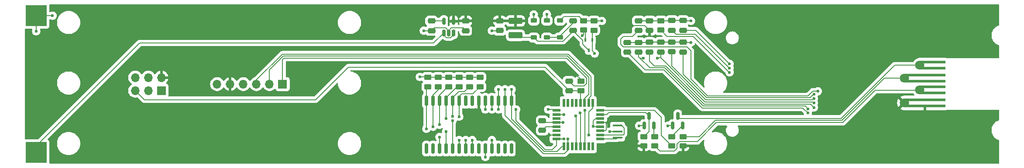
<source format=gbl>
G04 #@! TF.GenerationSoftware,KiCad,Pcbnew,7.0.1-0*
G04 #@! TF.CreationDate,2023-04-13T17:41:14+02:00*
G04 #@! TF.ProjectId,Remote,52656d6f-7465-42e6-9b69-6361645f7063,rev?*
G04 #@! TF.SameCoordinates,Original*
G04 #@! TF.FileFunction,Copper,L2,Bot*
G04 #@! TF.FilePolarity,Positive*
%FSLAX46Y46*%
G04 Gerber Fmt 4.6, Leading zero omitted, Abs format (unit mm)*
G04 Created by KiCad (PCBNEW 7.0.1-0) date 2023-04-13 17:41:14*
%MOMM*%
%LPD*%
G01*
G04 APERTURE LIST*
G04 Aperture macros list*
%AMRoundRect*
0 Rectangle with rounded corners*
0 $1 Rounding radius*
0 $2 $3 $4 $5 $6 $7 $8 $9 X,Y pos of 4 corners*
0 Add a 4 corners polygon primitive as box body*
4,1,4,$2,$3,$4,$5,$6,$7,$8,$9,$2,$3,0*
0 Add four circle primitives for the rounded corners*
1,1,$1+$1,$2,$3*
1,1,$1+$1,$4,$5*
1,1,$1+$1,$6,$7*
1,1,$1+$1,$8,$9*
0 Add four rect primitives between the rounded corners*
20,1,$1+$1,$2,$3,$4,$5,0*
20,1,$1+$1,$4,$5,$6,$7,0*
20,1,$1+$1,$6,$7,$8,$9,0*
20,1,$1+$1,$8,$9,$2,$3,0*%
G04 Aperture macros list end*
G04 #@! TA.AperFunction,SMDPad,CuDef*
%ADD10R,5.000000X0.600000*%
G04 #@! TD*
G04 #@! TA.AperFunction,ComponentPad*
%ADD11C,1.800000*%
G04 #@! TD*
G04 #@! TA.AperFunction,SMDPad,CuDef*
%ADD12R,8.000000X0.600000*%
G04 #@! TD*
G04 #@! TA.AperFunction,SMDPad,CuDef*
%ADD13RoundRect,0.250000X0.450000X-0.262500X0.450000X0.262500X-0.450000X0.262500X-0.450000X-0.262500X0*%
G04 #@! TD*
G04 #@! TA.AperFunction,SMDPad,CuDef*
%ADD14RoundRect,0.250000X-0.450000X0.262500X-0.450000X-0.262500X0.450000X-0.262500X0.450000X0.262500X0*%
G04 #@! TD*
G04 #@! TA.AperFunction,SMDPad,CuDef*
%ADD15RoundRect,0.250000X0.475000X-0.250000X0.475000X0.250000X-0.475000X0.250000X-0.475000X-0.250000X0*%
G04 #@! TD*
G04 #@! TA.AperFunction,SMDPad,CuDef*
%ADD16RoundRect,0.250000X-0.475000X0.250000X-0.475000X-0.250000X0.475000X-0.250000X0.475000X0.250000X0*%
G04 #@! TD*
G04 #@! TA.AperFunction,SMDPad,CuDef*
%ADD17RoundRect,0.225000X-0.375000X0.225000X-0.375000X-0.225000X0.375000X-0.225000X0.375000X0.225000X0*%
G04 #@! TD*
G04 #@! TA.AperFunction,SMDPad,CuDef*
%ADD18RoundRect,0.225000X0.375000X-0.225000X0.375000X0.225000X-0.375000X0.225000X-0.375000X-0.225000X0*%
G04 #@! TD*
G04 #@! TA.AperFunction,SMDPad,CuDef*
%ADD19RoundRect,0.150000X0.150000X-0.512500X0.150000X0.512500X-0.150000X0.512500X-0.150000X-0.512500X0*%
G04 #@! TD*
G04 #@! TA.AperFunction,SMDPad,CuDef*
%ADD20RoundRect,0.150000X-0.150000X0.875000X-0.150000X-0.875000X0.150000X-0.875000X0.150000X0.875000X0*%
G04 #@! TD*
G04 #@! TA.AperFunction,SMDPad,CuDef*
%ADD21RoundRect,0.250000X-1.075000X0.375000X-1.075000X-0.375000X1.075000X-0.375000X1.075000X0.375000X0*%
G04 #@! TD*
G04 #@! TA.AperFunction,SMDPad,CuDef*
%ADD22R,0.550000X1.600000*%
G04 #@! TD*
G04 #@! TA.AperFunction,SMDPad,CuDef*
%ADD23R,1.600000X0.550000*%
G04 #@! TD*
G04 #@! TA.AperFunction,SMDPad,CuDef*
%ADD24R,4.064000X4.064000*%
G04 #@! TD*
G04 #@! TA.AperFunction,SMDPad,CuDef*
%ADD25R,0.450000X0.700000*%
G04 #@! TD*
G04 #@! TA.AperFunction,ComponentPad*
%ADD26R,1.700000X1.700000*%
G04 #@! TD*
G04 #@! TA.AperFunction,ComponentPad*
%ADD27O,1.700000X1.700000*%
G04 #@! TD*
G04 #@! TA.AperFunction,SMDPad,CuDef*
%ADD28R,1.900000X0.400000*%
G04 #@! TD*
G04 #@! TA.AperFunction,SMDPad,CuDef*
%ADD29RoundRect,0.150000X0.150000X-0.587500X0.150000X0.587500X-0.150000X0.587500X-0.150000X-0.587500X0*%
G04 #@! TD*
G04 #@! TA.AperFunction,ViaPad*
%ADD30C,0.600000*%
G04 #@! TD*
G04 #@! TA.AperFunction,Conductor*
%ADD31C,0.200000*%
G04 #@! TD*
G04 APERTURE END LIST*
D10*
X217597000Y-57730000D03*
D11*
X215097000Y-57130000D03*
X215097000Y-57130000D03*
D10*
X217597000Y-56530000D03*
D12*
X216097000Y-60270000D03*
D11*
X212097000Y-59670000D03*
X212097000Y-59670000D03*
D12*
X216097000Y-59070000D03*
D10*
X217597000Y-52924000D03*
D11*
X215097000Y-52324000D03*
X215097000Y-52324000D03*
D10*
X217597000Y-51724000D03*
D12*
X216097000Y-55464000D03*
D11*
X212097000Y-54864000D03*
X212097000Y-54864000D03*
D12*
X216097000Y-54264000D03*
D13*
X161544000Y-68072000D03*
X161544000Y-66247000D03*
D14*
X169164000Y-66247000D03*
X169164000Y-68072000D03*
D15*
X127000000Y-45588000D03*
X127000000Y-43688000D03*
X120396000Y-45588000D03*
X120396000Y-43688000D03*
X147066000Y-57338000D03*
X147066000Y-55438000D03*
D16*
X133604000Y-43678400D03*
X133604000Y-45578400D03*
D15*
X147828000Y-45568800D03*
X147828000Y-43668800D03*
D16*
X169164000Y-43601600D03*
X169164000Y-45501600D03*
X167005000Y-43611200D03*
X167005000Y-45511200D03*
X162687000Y-43649600D03*
X162687000Y-45549600D03*
X160528000Y-43659200D03*
X160528000Y-45559200D03*
X169164000Y-47835200D03*
X169164000Y-49735200D03*
X167005000Y-47823000D03*
X167005000Y-49723000D03*
X164846000Y-47847400D03*
X164846000Y-49747400D03*
D17*
X145288000Y-43626000D03*
X145288000Y-46926000D03*
D18*
X142748000Y-46926000D03*
X142748000Y-43626000D03*
D14*
X149352000Y-55475500D03*
X149352000Y-57300500D03*
D13*
X119634000Y-56515000D03*
X119634000Y-54690000D03*
X121666000Y-56515000D03*
X121666000Y-54690000D03*
X123698000Y-56515000D03*
X123698000Y-54690000D03*
X125730000Y-56515000D03*
X125730000Y-54690000D03*
D16*
X162687000Y-47859600D03*
X162687000Y-49759600D03*
X160528000Y-47871800D03*
X160528000Y-49771800D03*
X158369000Y-47884000D03*
X158369000Y-49784000D03*
X141859000Y-63124000D03*
X141859000Y-65024000D03*
D19*
X124648000Y-46029500D03*
X123698000Y-46029500D03*
X122748000Y-46029500D03*
X122748000Y-43754500D03*
X124648000Y-43754500D03*
D20*
X119380000Y-59280000D03*
X120650000Y-59280000D03*
X121920000Y-59280000D03*
X123190000Y-59280000D03*
X124460000Y-59280000D03*
X125730000Y-59280000D03*
X127000000Y-59280000D03*
X128270000Y-59280000D03*
X129540000Y-59280000D03*
X130810000Y-59280000D03*
X132080000Y-59280000D03*
X133350000Y-59280000D03*
X134620000Y-59280000D03*
X135890000Y-59280000D03*
X135890000Y-68580000D03*
X134620000Y-68580000D03*
X133350000Y-68580000D03*
X132080000Y-68580000D03*
X130810000Y-68580000D03*
X129540000Y-68580000D03*
X128270000Y-68580000D03*
X127000000Y-68580000D03*
X125730000Y-68580000D03*
X124460000Y-68580000D03*
X123190000Y-68580000D03*
X121920000Y-68580000D03*
X120650000Y-68580000D03*
X119380000Y-68580000D03*
D21*
X136652000Y-43688000D03*
X136652000Y-46488000D03*
D22*
X151644000Y-59680000D03*
X150844000Y-59680000D03*
X150044000Y-59680000D03*
X149244000Y-59680000D03*
X148444000Y-59680000D03*
X147644000Y-59680000D03*
X146844000Y-59680000D03*
X146044000Y-59680000D03*
D23*
X144594000Y-61130000D03*
X144594000Y-61930000D03*
X144594000Y-62730000D03*
X144594000Y-63530000D03*
X144594000Y-64330000D03*
X144594000Y-65130000D03*
X144594000Y-65930000D03*
X144594000Y-66730000D03*
D22*
X146044000Y-68180000D03*
X146844000Y-68180000D03*
X147644000Y-68180000D03*
X148444000Y-68180000D03*
X149244000Y-68180000D03*
X150044000Y-68180000D03*
X150844000Y-68180000D03*
X151644000Y-68180000D03*
D23*
X153094000Y-66730000D03*
X153094000Y-65930000D03*
X153094000Y-65130000D03*
X153094000Y-64330000D03*
X153094000Y-63530000D03*
X153094000Y-62730000D03*
X153094000Y-61930000D03*
X153094000Y-61130000D03*
D17*
X140208000Y-43626000D03*
X140208000Y-46926000D03*
D24*
X43688000Y-69342000D03*
X43688000Y-42672000D03*
D25*
X150226000Y-47401000D03*
X151526000Y-47401000D03*
X150876000Y-49401000D03*
D13*
X127762000Y-56515000D03*
X127762000Y-54690000D03*
X129794000Y-56515000D03*
X129794000Y-54690000D03*
X149860000Y-45492900D03*
X149860000Y-43667900D03*
X164846000Y-45483300D03*
X164846000Y-43658300D03*
D14*
X151892000Y-43677500D03*
X151892000Y-45502500D03*
D26*
X67970400Y-57282000D03*
D27*
X67970400Y-54742000D03*
X65430400Y-57282000D03*
X65430400Y-54742000D03*
X62890400Y-57282000D03*
X62890400Y-54742000D03*
D26*
X91490800Y-56007000D03*
D27*
X88950800Y-56007000D03*
X86410800Y-56007000D03*
X83870800Y-56007000D03*
X81330800Y-56007000D03*
X78790800Y-56007000D03*
D28*
X156464000Y-66478000D03*
X156464000Y-65278000D03*
X156464000Y-64078000D03*
D29*
X163510000Y-64111500D03*
X161610000Y-64111500D03*
X162560000Y-62236500D03*
D13*
X163703000Y-68072000D03*
X163703000Y-66247000D03*
D29*
X169074500Y-64111500D03*
X167174500Y-64111500D03*
X168124500Y-62236500D03*
D13*
X167005000Y-68072000D03*
X167005000Y-66247000D03*
D30*
X154940000Y-65278000D03*
X150876000Y-65913000D03*
X140208000Y-42418000D03*
X142748000Y-42382500D03*
X161452500Y-50927000D03*
X164211000Y-50927000D03*
X195314951Y-57404000D03*
X193366129Y-61637000D03*
X193409951Y-60833000D03*
X194552951Y-60579000D03*
X194552951Y-59690000D03*
X194546240Y-58807711D03*
X194575646Y-57989294D03*
X130810000Y-70231000D03*
X133350000Y-57023000D03*
X135890000Y-57023000D03*
X134620000Y-57023000D03*
X146849503Y-66675000D03*
X146050000Y-66675000D03*
X148336000Y-62230000D03*
X149225000Y-61595000D03*
X150114000Y-61087500D03*
X146050000Y-61976000D03*
X149632911Y-46582089D03*
X152019000Y-50038000D03*
X118110000Y-54610000D03*
X130810000Y-60960000D03*
X118872000Y-45593000D03*
X153416000Y-43688000D03*
X43688000Y-45720000D03*
X132080000Y-45593000D03*
X132080000Y-66929000D03*
X170688000Y-43688000D03*
X170688000Y-47879000D03*
X151765000Y-64262000D03*
X145923000Y-63500000D03*
X160655000Y-64135000D03*
X46863000Y-42672000D03*
X166243000Y-64135000D03*
X198235951Y-57277000D03*
X125730000Y-66929000D03*
X121920000Y-66329500D03*
X127000000Y-66929000D03*
X123190000Y-65278000D03*
X119380000Y-64729500D03*
X128270000Y-66929000D03*
X124450608Y-63130000D03*
X133350000Y-60960000D03*
X136779000Y-60960000D03*
X132080000Y-60960000D03*
X143002000Y-60960000D03*
X120650000Y-64329500D03*
X121920000Y-63929500D03*
X123190000Y-62730000D03*
X124460321Y-62330557D03*
X125730000Y-62357000D03*
X178181000Y-52869503D03*
X178181000Y-53721000D03*
X178181000Y-52070000D03*
D31*
X193366129Y-61637000D02*
X192483564Y-60754436D01*
X192483564Y-60754436D02*
X192435129Y-60706000D01*
X158369000Y-49784000D02*
X161836000Y-53251000D01*
X161836000Y-53251000D02*
X165484570Y-53251000D01*
X165484570Y-53251000D02*
X172939570Y-60706000D01*
X172939570Y-60706000D02*
X192435128Y-60706000D01*
X192435128Y-60706000D02*
X192483564Y-60754436D01*
X193409951Y-60833000D02*
X192882951Y-60306000D01*
X165650256Y-52851000D02*
X162706000Y-52851000D01*
X192882951Y-60306000D02*
X173105256Y-60306000D01*
X162706000Y-52851000D02*
X160782000Y-50927000D01*
X173105256Y-60306000D02*
X165650256Y-52851000D01*
X162687000Y-49759600D02*
X162687000Y-51562000D01*
X165815942Y-52451000D02*
X173270942Y-59906000D01*
X162687000Y-51562000D02*
X163576000Y-52451000D01*
X193879951Y-59906000D02*
X194552951Y-60579000D01*
X163576000Y-52451000D02*
X165815942Y-52451000D01*
X173270942Y-59906000D02*
X193879951Y-59906000D01*
X164846000Y-50915372D02*
X173436628Y-59506000D01*
X173436628Y-59506000D02*
X194368951Y-59506000D01*
X194368951Y-59506000D02*
X194552951Y-59690000D01*
X167005000Y-49723000D02*
X167005000Y-52508686D01*
X167005000Y-52508686D02*
X173602314Y-59106000D01*
X173602314Y-59106000D02*
X194247951Y-59106000D01*
X194247951Y-59106000D02*
X194546240Y-58807711D01*
X194575646Y-57989294D02*
X194516128Y-57989294D01*
X193799422Y-58706000D02*
X173768000Y-58706000D01*
X194516128Y-57989294D02*
X193799422Y-58706000D01*
X173768000Y-58706000D02*
X169164000Y-54102000D01*
X169164000Y-54102000D02*
X169164000Y-49735200D01*
X160528000Y-45559200D02*
X159351200Y-46736000D01*
X159351200Y-46736000D02*
X157607000Y-46736000D01*
X157099000Y-48251908D02*
X157615092Y-48768000D01*
X170688000Y-49530000D02*
X170688000Y-55060314D01*
X157099000Y-47244000D02*
X157099000Y-48251908D01*
X194327117Y-57389294D02*
X195300245Y-57389294D01*
X157615092Y-48768000D02*
X169926000Y-48768000D01*
X169926000Y-48768000D02*
X170688000Y-49530000D01*
X170688000Y-55060314D02*
X173933686Y-58306000D01*
X195300245Y-57389294D02*
X195314951Y-57404000D01*
X173933686Y-58306000D02*
X193410411Y-58306000D01*
X193410411Y-58306000D02*
X194327117Y-57389294D01*
X157607000Y-46736000D02*
X157099000Y-47244000D01*
X120771500Y-48006000D02*
X122748000Y-46029500D01*
X43688000Y-69342000D02*
X43688000Y-68072000D01*
X43688000Y-68072000D02*
X63754000Y-48006000D01*
X63754000Y-48006000D02*
X120771500Y-48006000D01*
X43815000Y-42799000D02*
X43688000Y-42926000D01*
X43688000Y-42926000D02*
X43688000Y-45720000D01*
X43815000Y-42799000D02*
X43942000Y-42672000D01*
X43942000Y-42672000D02*
X46863000Y-42672000D01*
X163703000Y-68072000D02*
X164719000Y-69088000D01*
X168021000Y-67691000D02*
X168529000Y-67183000D01*
X167479317Y-69088000D02*
X168021000Y-68546317D01*
X171958000Y-67183000D02*
X175641000Y-63500000D01*
X168021000Y-68546317D02*
X168021000Y-67691000D01*
X164719000Y-69088000D02*
X167479317Y-69088000D01*
X200151998Y-63500001D02*
X206445728Y-57206272D01*
X168529000Y-67183000D02*
X171958000Y-67183000D01*
X175641000Y-63500000D02*
X200151998Y-63500001D01*
X206445728Y-57206272D02*
X214487200Y-57206272D01*
X169164000Y-66247000D02*
X172328314Y-66247000D01*
X172328314Y-66247000D02*
X175475315Y-63100000D01*
X175475315Y-63100000D02*
X199986312Y-63100001D01*
X199986312Y-63100001D02*
X208222314Y-54864000D01*
X208222314Y-54864000D02*
X211540800Y-54864000D01*
X168124500Y-62236500D02*
X168588001Y-62700001D01*
X168588001Y-62700001D02*
X199820627Y-62700001D01*
X199820627Y-62700001D02*
X210196628Y-52324000D01*
X210196628Y-52324000D02*
X214487200Y-52324000D01*
X161714400Y-44577000D02*
X159258000Y-44577000D01*
X162687000Y-45549600D02*
X161714400Y-44577000D01*
X149352000Y-55118000D02*
X148463000Y-54229000D01*
X149352000Y-55475500D02*
X149352000Y-55118000D01*
X86410800Y-56007000D02*
X86410800Y-55194200D01*
X91440000Y-50165000D02*
X146939000Y-50165000D01*
X146939000Y-50165000D02*
X151295000Y-54521002D01*
X86410800Y-55194200D02*
X91440000Y-50165000D01*
X151295000Y-54521002D02*
X151295000Y-58354000D01*
X151295000Y-58354000D02*
X150844000Y-58805000D01*
X150844000Y-58805000D02*
X150844000Y-59680000D01*
X88950800Y-53219886D02*
X91605687Y-50565000D01*
X91605687Y-50565000D02*
X146773314Y-50565000D01*
X150895000Y-54686687D02*
X150895000Y-57954000D01*
X88950800Y-56007000D02*
X88950800Y-53219886D01*
X146773314Y-50565000D02*
X150895000Y-54686687D01*
X150895000Y-57954000D02*
X150044000Y-58805000D01*
X150044000Y-58805000D02*
X150044000Y-59680000D01*
X91490800Y-56007000D02*
X91490800Y-51245572D01*
X91771372Y-50965000D02*
X146607628Y-50965000D01*
X150495000Y-54852372D02*
X150495000Y-55880000D01*
X146607628Y-50965000D02*
X150495000Y-54852372D01*
X91490800Y-51245572D02*
X91771372Y-50965000D01*
X150495000Y-55880000D02*
X149987000Y-56388000D01*
X149987000Y-56388000D02*
X148016000Y-56388000D01*
X148016000Y-56388000D02*
X147066000Y-55438000D01*
X153094000Y-63530000D02*
X154094000Y-63530000D01*
X154094000Y-63530000D02*
X154305000Y-63741000D01*
X154305000Y-64897000D02*
X154072000Y-65130000D01*
X154305000Y-63741000D02*
X154305000Y-64897000D01*
X154072000Y-65130000D02*
X153094000Y-65130000D01*
X156464000Y-65278000D02*
X154940000Y-65278000D01*
X130810000Y-70231000D02*
X130810000Y-68580000D01*
X140208000Y-42418000D02*
X140208000Y-43626000D01*
X142748000Y-42382500D02*
X142748000Y-43626000D01*
X164211000Y-50927000D02*
X164222628Y-50915372D01*
X164222628Y-50915372D02*
X164846000Y-50915372D01*
X161452500Y-50927000D02*
X160782000Y-50927000D01*
X160528000Y-50673000D02*
X160782000Y-50927000D01*
X160528000Y-49771800D02*
X160528000Y-50673000D01*
X178181000Y-53721000D02*
X171161600Y-46701600D01*
X171161600Y-46701600D02*
X166064300Y-46701600D01*
X166064300Y-46701600D02*
X164846000Y-45483300D01*
X164846000Y-50915372D02*
X164846000Y-49747400D01*
X153094000Y-61930000D02*
X154351000Y-61930000D01*
X154351000Y-61930000D02*
X154751000Y-61530000D01*
X154751000Y-61530000D02*
X161853500Y-61530000D01*
X161853500Y-61530000D02*
X162560000Y-62236500D01*
X163619000Y-61130000D02*
X164973000Y-62484000D01*
X153094000Y-61130000D02*
X163619000Y-61130000D01*
X164973000Y-62484000D02*
X164973000Y-66040000D01*
X164973000Y-66040000D02*
X167005000Y-68072000D01*
X151644000Y-60680000D02*
X150876000Y-61448000D01*
X150876000Y-61448000D02*
X150876000Y-65913000D01*
X151644000Y-59680000D02*
X151644000Y-60680000D01*
X133350000Y-57023000D02*
X133350000Y-59280000D01*
X135890000Y-57023000D02*
X135890000Y-59280000D01*
X134620000Y-59280000D02*
X134620000Y-57023000D01*
X144424000Y-60960000D02*
X144594000Y-61130000D01*
X143002000Y-60960000D02*
X144424000Y-60960000D01*
X143273000Y-65930000D02*
X143256000Y-65913000D01*
X144594000Y-65930000D02*
X143273000Y-65930000D01*
X134620000Y-59280000D02*
X134620000Y-62103000D01*
X146844000Y-68929000D02*
X146844000Y-68180000D01*
X134620000Y-62103000D02*
X142113000Y-69596000D01*
X142113000Y-69596000D02*
X146177000Y-69596000D01*
X146177000Y-69596000D02*
X146844000Y-68929000D01*
X136779000Y-60960000D02*
X136779000Y-63130628D01*
X136779000Y-63130628D02*
X142444372Y-68796000D01*
X144594000Y-68004000D02*
X144594000Y-66730000D01*
X142444372Y-68796000D02*
X143802000Y-68796000D01*
X143802000Y-68796000D02*
X144594000Y-68004000D01*
X135890000Y-59280000D02*
X135890000Y-62807314D01*
X135890000Y-62807314D02*
X142278686Y-69196000D01*
X142278686Y-69196000D02*
X144672000Y-69196000D01*
X144672000Y-69196000D02*
X145688000Y-68180000D01*
X145688000Y-68180000D02*
X146044000Y-68180000D01*
X153094000Y-63530000D02*
X154402000Y-63530000D01*
X153094000Y-62730000D02*
X152219000Y-62730000D01*
X151765000Y-63184000D02*
X151765000Y-64262000D01*
X152219000Y-62730000D02*
X151765000Y-63184000D01*
X150114000Y-61087500D02*
X150114000Y-68110000D01*
X150114000Y-68110000D02*
X150044000Y-68180000D01*
X146849503Y-68174497D02*
X146844000Y-68180000D01*
X146849503Y-66675000D02*
X146849503Y-68174497D01*
X144649000Y-66675000D02*
X144594000Y-66730000D01*
X146050000Y-66675000D02*
X144649000Y-66675000D01*
X149225000Y-61595000D02*
X149244000Y-61614000D01*
X148336000Y-62230000D02*
X148444000Y-62338000D01*
X149244000Y-61614000D02*
X149244000Y-68180000D01*
X148444000Y-62338000D02*
X148444000Y-68180000D01*
X144594000Y-61930000D02*
X146004000Y-61930000D01*
X146004000Y-61930000D02*
X146050000Y-61976000D01*
X144548000Y-61976000D02*
X144594000Y-61930000D01*
X148387994Y-68236006D02*
X148444000Y-68180000D01*
X149187497Y-68236503D02*
X149244000Y-68180000D01*
X149860000Y-45492900D02*
X150226000Y-45858900D01*
X150226000Y-45858900D02*
X150226000Y-47401000D01*
X149860000Y-46355000D02*
X149632911Y-46582089D01*
X149860000Y-45492900D02*
X149860000Y-46355000D01*
X151892000Y-45502500D02*
X151526000Y-45868500D01*
X152019000Y-50038000D02*
X151526000Y-49545000D01*
X151526000Y-45868500D02*
X151526000Y-47401000D01*
X151526000Y-49545000D02*
X151526000Y-47401000D01*
X125730000Y-54690000D02*
X127762000Y-54690000D01*
X166980600Y-47847400D02*
X167005000Y-47823000D01*
X133589400Y-45593000D02*
X133604000Y-45578400D01*
X149869600Y-43677500D02*
X149860000Y-43667900D01*
X123698000Y-45680604D02*
X123698000Y-46029500D01*
X160528000Y-43659200D02*
X162677400Y-43659200D01*
X167005000Y-43611200D02*
X169154400Y-43611200D01*
X151902500Y-43688000D02*
X151892000Y-43677500D01*
X119554000Y-54610000D02*
X119634000Y-54690000D01*
X142265000Y-63530000D02*
X144594000Y-63530000D01*
X160678500Y-64111500D02*
X160655000Y-64135000D01*
X144594000Y-63530000D02*
X145893000Y-63530000D01*
X167005000Y-47823000D02*
X167017200Y-47835200D01*
X160528000Y-47871800D02*
X162674800Y-47871800D01*
X170688000Y-47879000D02*
X169207800Y-47879000D01*
X118110000Y-54610000D02*
X119554000Y-54610000D01*
X119634000Y-54690000D02*
X121666000Y-54690000D01*
X167174500Y-64111500D02*
X166266500Y-64111500D01*
X167017200Y-47835200D02*
X169164000Y-47835200D01*
X164846000Y-47847400D02*
X166980600Y-47847400D01*
X141859000Y-63124000D02*
X142265000Y-63530000D01*
X169154400Y-43611200D02*
X169164000Y-43601600D01*
X166957900Y-43658300D02*
X167005000Y-43611200D01*
X123084396Y-45067000D02*
X123698000Y-45680604D01*
X162687000Y-47859600D02*
X164833800Y-47859600D01*
X120917000Y-45067000D02*
X123084396Y-45067000D01*
X132080000Y-68580000D02*
X132080000Y-66929000D01*
X151833000Y-64330000D02*
X151765000Y-64262000D01*
X130810000Y-59280000D02*
X130810000Y-60960000D01*
X162674800Y-47871800D02*
X162687000Y-47859600D01*
X127000000Y-45588000D02*
X126479000Y-45067000D01*
X162677400Y-43659200D02*
X162687000Y-43649600D01*
X156464000Y-65278000D02*
X155714000Y-65278000D01*
X145288000Y-43626000D02*
X146045200Y-42868800D01*
X120391000Y-45593000D02*
X120396000Y-45588000D01*
X162687000Y-43649600D02*
X164837300Y-43649600D01*
X164833800Y-47859600D02*
X164846000Y-47847400D01*
X127762000Y-54690000D02*
X129794000Y-54690000D01*
X151892000Y-43677500D02*
X149869600Y-43677500D01*
X153416000Y-43688000D02*
X151902500Y-43688000D01*
X158369000Y-47884000D02*
X160515800Y-47884000D01*
X146045200Y-42868800D02*
X149060900Y-42868800D01*
X161610000Y-64111500D02*
X160678500Y-64111500D01*
X124224000Y-45067000D02*
X123698000Y-45593000D01*
X121666000Y-54690000D02*
X123698000Y-54690000D01*
X145893000Y-63530000D02*
X145923000Y-63500000D01*
X169207800Y-47879000D02*
X169164000Y-47835200D01*
X153094000Y-64330000D02*
X151833000Y-64330000D01*
X164846000Y-43658300D02*
X166957900Y-43658300D01*
X132080000Y-45593000D02*
X133589400Y-45593000D01*
X118872000Y-45593000D02*
X120391000Y-45593000D01*
X160515800Y-47884000D02*
X160528000Y-47871800D01*
X164837300Y-43649600D02*
X164846000Y-43658300D01*
X169250400Y-43688000D02*
X169164000Y-43601600D01*
X120396000Y-45588000D02*
X120917000Y-45067000D01*
X149060900Y-42868800D02*
X149860000Y-43667900D01*
X123698000Y-54690000D02*
X125730000Y-54690000D01*
X123698000Y-45593000D02*
X123698000Y-46029500D01*
X126479000Y-45067000D02*
X124224000Y-45067000D01*
X166266500Y-64111500D02*
X166243000Y-64135000D01*
X170688000Y-43688000D02*
X169250400Y-43688000D01*
X122748000Y-46029500D02*
X122748000Y-46421000D01*
X122748000Y-46421000D02*
X123319000Y-46992000D01*
X123319000Y-46992000D02*
X124077000Y-46992000D01*
X124648000Y-46421000D02*
X124648000Y-46029500D01*
X124077000Y-46992000D02*
X124648000Y-46421000D01*
X149314500Y-57338000D02*
X149352000Y-57300500D01*
X97886225Y-59055000D02*
X64663400Y-59055000D01*
X147066000Y-57338000D02*
X149314500Y-57338000D01*
X149244000Y-57408500D02*
X149244000Y-59680000D01*
X142433000Y-52705000D02*
X104236225Y-52705000D01*
X147066000Y-57338000D02*
X142433000Y-52705000D01*
X149352000Y-57300500D02*
X149244000Y-57408500D01*
X64663400Y-59055000D02*
X62890400Y-57282000D01*
X104236225Y-52705000D02*
X97886225Y-59055000D01*
X125730000Y-66929000D02*
X125730000Y-68580000D01*
X121920000Y-66329500D02*
X121920000Y-68580000D01*
X127000000Y-66929000D02*
X127000000Y-68580000D01*
X123190000Y-65278000D02*
X123190000Y-68580000D01*
X119380000Y-59280000D02*
X119380000Y-56769000D01*
X119380000Y-56769000D02*
X119634000Y-56515000D01*
X119380000Y-64729500D02*
X119380000Y-59280000D01*
X128270000Y-68580000D02*
X128270000Y-66929000D01*
X124450608Y-63130000D02*
X124450608Y-68570608D01*
X124450608Y-68570608D02*
X124460000Y-68580000D01*
X133350000Y-59280000D02*
X133350000Y-60960000D01*
X162560000Y-65231000D02*
X161544000Y-66247000D01*
X162560000Y-62236500D02*
X162560000Y-65231000D01*
X149701000Y-48226000D02*
X149701000Y-47498000D01*
X140208000Y-46926000D02*
X137090000Y-46926000D01*
X147828000Y-45568800D02*
X147828000Y-45728462D01*
X137090000Y-46926000D02*
X136652000Y-46488000D01*
X147828000Y-45728462D02*
X145880462Y-47676000D01*
X147828000Y-45625000D02*
X147828000Y-45568800D01*
X150876000Y-49401000D02*
X149701000Y-48226000D01*
X145880462Y-47676000D02*
X140958000Y-47676000D01*
X149701000Y-47498000D02*
X147828000Y-45625000D01*
X140958000Y-47676000D02*
X140208000Y-46926000D01*
X132080000Y-59280000D02*
X132080000Y-60960000D01*
X120650000Y-58166000D02*
X121666000Y-57150000D01*
X120650000Y-64329500D02*
X120650000Y-59280000D01*
X120650000Y-59280000D02*
X120650000Y-58166000D01*
X121666000Y-57150000D02*
X121666000Y-56515000D01*
X123571000Y-56515000D02*
X123698000Y-56515000D01*
X121920000Y-58166000D02*
X123571000Y-56515000D01*
X121920000Y-59280000D02*
X121920000Y-58166000D01*
X121920000Y-63929500D02*
X121920000Y-59280000D01*
X123190000Y-62730000D02*
X123190000Y-59280000D01*
X125349000Y-56515000D02*
X125730000Y-56515000D01*
X123190000Y-59280000D02*
X123190000Y-58674000D01*
X123190000Y-58674000D02*
X125349000Y-56515000D01*
X124460321Y-62330557D02*
X124460000Y-62330236D01*
X126765000Y-57512000D02*
X127762000Y-56515000D01*
X124460000Y-59280000D02*
X124460000Y-58674000D01*
X124460000Y-62330236D02*
X124460000Y-59280000D01*
X125622000Y-57512000D02*
X126765000Y-57512000D01*
X124460000Y-58674000D02*
X125622000Y-57512000D01*
X125730000Y-59280000D02*
X125730000Y-58420000D01*
X125730000Y-58420000D02*
X126238000Y-57912000D01*
X126238000Y-57912000D02*
X128397000Y-57912000D01*
X128397000Y-57912000D02*
X129794000Y-56515000D01*
X125730000Y-59280000D02*
X125730000Y-62357000D01*
X120396000Y-43688000D02*
X122681500Y-43688000D01*
X122681500Y-43688000D02*
X122748000Y-43754500D01*
X142553000Y-64330000D02*
X144594000Y-64330000D01*
X141859000Y-65024000D02*
X142553000Y-64330000D01*
X145288000Y-46926000D02*
X142748000Y-46926000D01*
X145288000Y-46926000D02*
X145288000Y-46605983D01*
X147828000Y-44065983D02*
X147828000Y-43668800D01*
X145288000Y-46605983D02*
X147828000Y-44065983D01*
X178131974Y-52869503D02*
X171564071Y-46301600D01*
X167795400Y-46301600D02*
X167005000Y-45511200D01*
X178181000Y-52869503D02*
X178131974Y-52869503D01*
X171564071Y-46301600D02*
X167795400Y-46301600D01*
X157214000Y-64078000D02*
X157714000Y-64578000D01*
X157562000Y-65930000D02*
X153094000Y-65930000D01*
X157714000Y-64578000D02*
X157714000Y-65778000D01*
X157714000Y-65778000D02*
X157562000Y-65930000D01*
X156464000Y-64078000D02*
X157214000Y-64078000D01*
X156464000Y-66478000D02*
X156212000Y-66730000D01*
X156212000Y-66730000D02*
X153094000Y-66730000D01*
X171612600Y-45501600D02*
X169164000Y-45501600D01*
X178181000Y-52070000D02*
X171612600Y-45501600D01*
X163510000Y-66054000D02*
X163703000Y-66247000D01*
X163510000Y-64111500D02*
X163510000Y-66054000D01*
X167005000Y-66181000D02*
X169074500Y-64111500D01*
X167005000Y-66247000D02*
X167005000Y-66181000D01*
G04 #@! TA.AperFunction,Conductor*
G36*
X230436500Y-40517381D02*
G01*
X230482619Y-40563500D01*
X230499500Y-40626500D01*
X230499500Y-44467143D01*
X230487896Y-44519959D01*
X230455222Y-44563047D01*
X230407495Y-44588470D01*
X230328511Y-44610600D01*
X230077486Y-44719636D01*
X229843656Y-44861830D01*
X229631361Y-45034547D01*
X229444560Y-45234560D01*
X229286741Y-45458140D01*
X229160831Y-45701134D01*
X229069182Y-45959008D01*
X229013500Y-46226966D01*
X228998037Y-46453043D01*
X228994825Y-46500000D01*
X228995729Y-46513216D01*
X229013500Y-46773033D01*
X229069182Y-47040991D01*
X229160831Y-47298865D01*
X229286741Y-47541859D01*
X229444560Y-47765439D01*
X229444563Y-47765442D01*
X229631362Y-47965454D01*
X229787033Y-48092102D01*
X229843656Y-48138169D01*
X229965113Y-48212028D01*
X230077489Y-48280365D01*
X230328508Y-48389398D01*
X230328509Y-48389398D01*
X230328511Y-48389399D01*
X230407495Y-48411530D01*
X230455222Y-48436953D01*
X230487896Y-48480041D01*
X230499500Y-48532857D01*
X230499500Y-50873500D01*
X230482619Y-50936500D01*
X230436500Y-50982619D01*
X230373500Y-50999500D01*
X220420392Y-50999500D01*
X220380601Y-50993052D01*
X220344883Y-50974368D01*
X220343206Y-50973112D01*
X220343204Y-50973111D01*
X220206201Y-50922011D01*
X220206200Y-50922010D01*
X220206198Y-50922010D01*
X220145638Y-50915500D01*
X215213712Y-50915500D01*
X214980288Y-50915500D01*
X214750049Y-50953920D01*
X214750046Y-50953920D01*
X214750046Y-50953921D01*
X214529273Y-51029712D01*
X214323984Y-51140809D01*
X214139779Y-51284182D01*
X213981686Y-51455916D01*
X213849387Y-51658416D01*
X213803873Y-51700314D01*
X213743904Y-51715500D01*
X210244764Y-51715500D01*
X210228318Y-51714422D01*
X210221334Y-51713502D01*
X210196628Y-51710250D01*
X210196627Y-51710250D01*
X210164938Y-51714422D01*
X210164924Y-51714422D01*
X210037778Y-51731161D01*
X209889754Y-51792475D01*
X209852581Y-51811061D01*
X209825106Y-51842079D01*
X209794559Y-51865520D01*
X209794558Y-51865521D01*
X209762639Y-51890014D01*
X209743173Y-51915381D01*
X209732309Y-51927768D01*
X199605483Y-62054596D01*
X199564606Y-62081910D01*
X199516388Y-62091501D01*
X194241240Y-62091501D01*
X194183408Y-62077445D01*
X194138479Y-62038413D01*
X194116477Y-61983114D01*
X194122310Y-61923888D01*
X194159346Y-61818047D01*
X194179745Y-61637000D01*
X194163251Y-61490614D01*
X194172050Y-61428291D01*
X194209899Y-61377998D01*
X194267353Y-61352289D01*
X194330073Y-61357579D01*
X194371904Y-61372217D01*
X194552951Y-61392616D01*
X194733998Y-61372217D01*
X194905966Y-61312043D01*
X195060232Y-61215111D01*
X195189062Y-61086281D01*
X195285994Y-60932015D01*
X195346168Y-60760047D01*
X195366567Y-60579000D01*
X195346168Y-60397953D01*
X195330442Y-60353011D01*
X195285996Y-60225988D01*
X195270631Y-60201535D01*
X195251319Y-60134498D01*
X195270633Y-60067462D01*
X195285993Y-60043016D01*
X195285994Y-60043015D01*
X195346168Y-59871047D01*
X195366567Y-59690000D01*
X195346168Y-59508953D01*
X195285994Y-59336985D01*
X195269384Y-59310551D01*
X195250071Y-59243514D01*
X195269386Y-59176476D01*
X195279283Y-59160726D01*
X195339457Y-58988758D01*
X195359856Y-58807711D01*
X195339457Y-58626664D01*
X195284581Y-58469838D01*
X195278303Y-58414118D01*
X195296826Y-58361188D01*
X195300230Y-58355772D01*
X195308689Y-58342309D01*
X195327705Y-58287960D01*
X195368075Y-58231064D01*
X195432526Y-58204368D01*
X195495998Y-58197217D01*
X195667966Y-58137043D01*
X195822232Y-58040111D01*
X195951062Y-57911281D01*
X196047994Y-57757015D01*
X196108168Y-57585047D01*
X196128567Y-57404000D01*
X196108168Y-57222953D01*
X196047994Y-57050985D01*
X195994720Y-56966200D01*
X195951061Y-56896717D01*
X195822233Y-56767889D01*
X195667965Y-56670956D01*
X195496000Y-56610783D01*
X195375299Y-56597183D01*
X195314951Y-56590384D01*
X195314950Y-56590384D01*
X195133901Y-56610783D01*
X194961936Y-56670956D01*
X194817868Y-56761481D01*
X194750832Y-56780794D01*
X194375253Y-56780794D01*
X194358809Y-56779716D01*
X194327117Y-56775544D01*
X194295424Y-56779716D01*
X194295411Y-56779717D01*
X194187700Y-56793896D01*
X194187679Y-56793899D01*
X194187660Y-56793902D01*
X194173371Y-56795783D01*
X194168264Y-56796456D01*
X194020239Y-56857770D01*
X193928396Y-56928244D01*
X193928368Y-56928267D01*
X193893130Y-56955306D01*
X193873667Y-56980670D01*
X193862803Y-56993057D01*
X193195267Y-57660595D01*
X193154389Y-57687909D01*
X193106171Y-57697500D01*
X177060841Y-57697500D01*
X177002173Y-57683008D01*
X176957001Y-57642867D01*
X176935714Y-57586309D01*
X176943210Y-57526345D01*
X176977764Y-57476768D01*
X177070042Y-57395842D01*
X177129577Y-57327955D01*
X177264591Y-57174001D01*
X177428519Y-56928665D01*
X177559023Y-56664030D01*
X177563510Y-56650814D01*
X177631807Y-56449616D01*
X177653868Y-56384626D01*
X177711432Y-56095232D01*
X177730730Y-55800800D01*
X177711432Y-55506368D01*
X177653868Y-55216974D01*
X177637935Y-55170037D01*
X177559025Y-54937574D01*
X177552496Y-54924335D01*
X177428519Y-54672935D01*
X177264591Y-54427599D01*
X177214286Y-54370237D01*
X177070042Y-54205757D01*
X176848201Y-54011209D01*
X176602867Y-53847282D01*
X176338225Y-53716774D01*
X176058828Y-53621932D01*
X175769431Y-53564367D01*
X175475000Y-53545070D01*
X175180568Y-53564367D01*
X174891171Y-53621932D01*
X174611774Y-53716774D01*
X174347132Y-53847282D01*
X174101798Y-54011209D01*
X173879957Y-54205757D01*
X173685409Y-54427598D01*
X173521482Y-54672932D01*
X173390974Y-54937574D01*
X173296132Y-55216971D01*
X173238567Y-55506368D01*
X173219270Y-55800800D01*
X173238567Y-56095231D01*
X173296132Y-56384628D01*
X173339949Y-56513710D01*
X173343883Y-56580408D01*
X173313160Y-56639740D01*
X173256422Y-56675022D01*
X173189621Y-56676334D01*
X173131541Y-56643306D01*
X171333405Y-54845170D01*
X171306091Y-54804293D01*
X171296500Y-54756075D01*
X171296500Y-49578136D01*
X171297578Y-49561690D01*
X171298403Y-49555422D01*
X171301750Y-49530000D01*
X171297578Y-49498309D01*
X171297578Y-49498303D01*
X171280838Y-49371151D01*
X171276567Y-49360840D01*
X171276566Y-49360837D01*
X171219523Y-49223121D01*
X171141457Y-49121385D01*
X171141443Y-49121369D01*
X171121987Y-49096012D01*
X171096618Y-49076546D01*
X171084228Y-49065679D01*
X170878772Y-48860223D01*
X170846791Y-48806009D01*
X170845026Y-48743090D01*
X170873917Y-48687168D01*
X170926247Y-48652201D01*
X171041015Y-48612043D01*
X171195281Y-48515111D01*
X171324111Y-48386281D01*
X171421043Y-48232015D01*
X171461201Y-48117247D01*
X171496168Y-48064917D01*
X171552090Y-48036026D01*
X171615009Y-48037791D01*
X171669223Y-48069772D01*
X177342166Y-53742715D01*
X177366593Y-53777140D01*
X177378279Y-53817701D01*
X177387783Y-53902049D01*
X177447956Y-54074014D01*
X177544889Y-54228282D01*
X177673717Y-54357110D01*
X177788925Y-54429500D01*
X177827985Y-54454043D01*
X177999953Y-54514217D01*
X178181000Y-54534616D01*
X178362047Y-54514217D01*
X178534015Y-54454043D01*
X178688281Y-54357111D01*
X178817111Y-54228281D01*
X178914043Y-54074015D01*
X178974217Y-53902047D01*
X178994616Y-53721000D01*
X178974217Y-53539953D01*
X178914043Y-53367985D01*
X178910462Y-53362286D01*
X178891149Y-53295248D01*
X178910464Y-53228212D01*
X178914043Y-53222518D01*
X178974217Y-53050550D01*
X178994616Y-52869503D01*
X178974217Y-52688456D01*
X178914043Y-52516488D01*
X178914040Y-52516484D01*
X178912250Y-52511367D01*
X178905179Y-52469751D01*
X178912250Y-52428135D01*
X178914039Y-52423020D01*
X178914043Y-52423015D01*
X178974217Y-52251047D01*
X178994616Y-52070000D01*
X178974217Y-51888953D01*
X178966017Y-51865520D01*
X178914043Y-51716985D01*
X178817110Y-51562717D01*
X178688282Y-51433889D01*
X178534014Y-51336956D01*
X178362049Y-51276783D01*
X178277701Y-51267279D01*
X178237140Y-51255593D01*
X178202715Y-51231166D01*
X173976549Y-47005000D01*
X177470123Y-47005000D01*
X177489193Y-47222977D01*
X177545824Y-47434329D01*
X177638298Y-47632639D01*
X177763804Y-47811880D01*
X177918519Y-47966595D01*
X177918522Y-47966597D01*
X177918523Y-47966598D01*
X178097761Y-48092102D01*
X178296070Y-48184575D01*
X178507423Y-48241207D01*
X178725400Y-48260277D01*
X178943377Y-48241207D01*
X179154730Y-48184575D01*
X179353039Y-48092102D01*
X179532277Y-47966598D01*
X179686998Y-47811877D01*
X179812502Y-47632639D01*
X179904975Y-47434330D01*
X179961607Y-47222977D01*
X179980677Y-47005000D01*
X179961607Y-46787023D01*
X179904975Y-46575670D01*
X179812502Y-46377362D01*
X179812022Y-46376677D01*
X179707415Y-46227282D01*
X179686998Y-46198123D01*
X179686997Y-46198122D01*
X179686995Y-46198119D01*
X179532280Y-46043404D01*
X179353039Y-45917898D01*
X179154729Y-45825424D01*
X178943377Y-45768793D01*
X178725400Y-45749723D01*
X178507423Y-45768793D01*
X178296070Y-45825425D01*
X178296067Y-45825426D01*
X178296068Y-45825426D01*
X178097760Y-45917898D01*
X177918519Y-46043404D01*
X177763804Y-46198119D01*
X177638298Y-46377360D01*
X177571545Y-46520513D01*
X177545825Y-46575670D01*
X177489193Y-46787023D01*
X177478124Y-46913544D01*
X177470123Y-47005000D01*
X173976549Y-47005000D01*
X172076915Y-45105366D01*
X172066048Y-45092975D01*
X172046588Y-45067614D01*
X172019674Y-45046962D01*
X172014674Y-45043125D01*
X172014672Y-45043123D01*
X171942006Y-44987364D01*
X171919475Y-44970075D01*
X171814804Y-44926719D01*
X171771451Y-44908762D01*
X171771450Y-44908761D01*
X171771448Y-44908761D01*
X171752068Y-44906208D01*
X171752056Y-44906208D01*
X171738069Y-44904366D01*
X171644303Y-44892022D01*
X171644291Y-44892022D01*
X171612600Y-44887850D01*
X171580907Y-44892022D01*
X171564464Y-44893100D01*
X170379380Y-44893100D01*
X170317974Y-44877124D01*
X170272140Y-44833247D01*
X170238030Y-44777947D01*
X170102239Y-44642156D01*
X170104593Y-44639801D01*
X170078943Y-44613010D01*
X170062965Y-44551600D01*
X170078943Y-44490190D01*
X170104590Y-44463400D01*
X170102236Y-44461046D01*
X170112652Y-44450630D01*
X170145565Y-44417716D01*
X170193042Y-44387883D01*
X170248766Y-44381604D01*
X170301693Y-44400124D01*
X170327523Y-44416354D01*
X170334985Y-44421043D01*
X170399969Y-44443782D01*
X170506953Y-44481217D01*
X170688000Y-44501616D01*
X170869047Y-44481217D01*
X171041015Y-44421043D01*
X171195281Y-44324111D01*
X171324111Y-44195281D01*
X171421043Y-44041015D01*
X171435115Y-44000799D01*
X173219270Y-44000799D01*
X173238567Y-44295231D01*
X173296132Y-44584628D01*
X173390974Y-44864025D01*
X173521482Y-45128667D01*
X173685409Y-45374001D01*
X173879957Y-45595842D01*
X174055426Y-45749723D01*
X174101799Y-45790391D01*
X174347135Y-45954319D01*
X174578747Y-46068538D01*
X174611774Y-46084825D01*
X174807127Y-46151138D01*
X174891174Y-46179668D01*
X175180568Y-46237232D01*
X175475000Y-46256530D01*
X175769432Y-46237232D01*
X176058826Y-46179668D01*
X176212508Y-46127500D01*
X176338225Y-46084825D01*
X176338226Y-46084824D01*
X176338230Y-46084823D01*
X176602865Y-45954319D01*
X176848201Y-45790391D01*
X177070042Y-45595842D01*
X177264591Y-45374001D01*
X177428519Y-45128665D01*
X177559023Y-44864030D01*
X177559882Y-44861501D01*
X177609034Y-44716703D01*
X177653868Y-44584626D01*
X177711432Y-44295232D01*
X177730730Y-44000800D01*
X177711432Y-43706368D01*
X177653868Y-43416974D01*
X177631856Y-43352128D01*
X177559025Y-43137574D01*
X177535021Y-43088899D01*
X177428519Y-42872935D01*
X177264591Y-42627599D01*
X177208419Y-42563547D01*
X177070042Y-42405757D01*
X176848201Y-42211209D01*
X176602867Y-42047282D01*
X176338225Y-41916774D01*
X176058828Y-41821932D01*
X175769431Y-41764367D01*
X175475000Y-41745070D01*
X175180568Y-41764367D01*
X174891171Y-41821932D01*
X174611774Y-41916774D01*
X174347132Y-42047282D01*
X174101798Y-42211209D01*
X173879957Y-42405757D01*
X173685409Y-42627598D01*
X173521482Y-42872932D01*
X173390974Y-43137574D01*
X173296132Y-43416971D01*
X173238567Y-43706368D01*
X173219270Y-44000799D01*
X171435115Y-44000799D01*
X171481217Y-43869047D01*
X171501616Y-43688000D01*
X171481217Y-43506953D01*
X171421043Y-43334985D01*
X171324111Y-43180719D01*
X171324110Y-43180717D01*
X171195282Y-43051889D01*
X171041014Y-42954956D01*
X170869049Y-42894783D01*
X170688000Y-42874384D01*
X170506952Y-42894783D01*
X170389961Y-42935719D01*
X170333891Y-42941957D01*
X170280719Y-42923102D01*
X170241107Y-42882937D01*
X170238030Y-42877948D01*
X170238026Y-42877944D01*
X170238025Y-42877942D01*
X170112655Y-42752572D01*
X170112652Y-42752570D01*
X169961738Y-42659485D01*
X169793426Y-42603713D01*
X169689545Y-42593100D01*
X169689540Y-42593100D01*
X168638459Y-42593100D01*
X168534573Y-42603713D01*
X168366262Y-42659485D01*
X168215344Y-42752572D01*
X168168795Y-42799122D01*
X168112311Y-42831734D01*
X168047089Y-42831734D01*
X167990605Y-42799122D01*
X167953655Y-42762172D01*
X167953350Y-42761984D01*
X167802738Y-42669085D01*
X167634426Y-42613313D01*
X167530545Y-42602700D01*
X167530540Y-42602700D01*
X166479459Y-42602700D01*
X166375573Y-42613313D01*
X166207262Y-42669085D01*
X166056344Y-42762172D01*
X165984795Y-42833722D01*
X165928311Y-42866334D01*
X165863089Y-42866334D01*
X165806605Y-42833722D01*
X165769655Y-42796772D01*
X165769652Y-42796770D01*
X165618738Y-42703685D01*
X165450426Y-42647913D01*
X165346545Y-42637300D01*
X165346540Y-42637300D01*
X164345459Y-42637300D01*
X164241573Y-42647913D01*
X164073262Y-42703685D01*
X163922344Y-42796772D01*
X163866195Y-42852922D01*
X163809711Y-42885534D01*
X163744489Y-42885534D01*
X163688005Y-42852922D01*
X163635655Y-42800572D01*
X163629491Y-42796770D01*
X163484738Y-42707485D01*
X163316426Y-42651713D01*
X163212545Y-42641100D01*
X163212540Y-42641100D01*
X162161459Y-42641100D01*
X162057573Y-42651713D01*
X161889262Y-42707485D01*
X161738344Y-42800572D01*
X161691795Y-42847122D01*
X161635311Y-42879734D01*
X161570089Y-42879734D01*
X161513605Y-42847122D01*
X161476655Y-42810172D01*
X161470491Y-42806370D01*
X161325738Y-42717085D01*
X161157426Y-42661313D01*
X161053545Y-42650700D01*
X161053540Y-42650700D01*
X160002459Y-42650700D01*
X159898573Y-42661313D01*
X159730262Y-42717085D01*
X159579344Y-42810172D01*
X159453972Y-42935544D01*
X159421214Y-42988654D01*
X159360885Y-43086462D01*
X159305113Y-43254774D01*
X159295167Y-43352132D01*
X159294500Y-43358659D01*
X159294500Y-43959740D01*
X159302803Y-44041014D01*
X159305113Y-44063626D01*
X159360885Y-44231938D01*
X159446557Y-44370833D01*
X159453972Y-44382855D01*
X159589761Y-44518644D01*
X159587408Y-44520996D01*
X159613062Y-44547800D01*
X159629034Y-44609200D01*
X159613062Y-44670600D01*
X159587408Y-44697403D01*
X159589761Y-44699756D01*
X159453972Y-44835544D01*
X159421710Y-44887850D01*
X159360885Y-44986462D01*
X159305113Y-45154774D01*
X159296408Y-45239985D01*
X159294500Y-45258659D01*
X159294500Y-45859749D01*
X159295127Y-45865880D01*
X159288490Y-45920914D01*
X159258875Y-45967774D01*
X159136056Y-46090595D01*
X159095179Y-46117909D01*
X159046960Y-46127500D01*
X157655136Y-46127500D01*
X157638690Y-46126422D01*
X157607000Y-46122250D01*
X157575310Y-46126422D01*
X157575296Y-46126422D01*
X157448152Y-46143161D01*
X157448149Y-46143162D01*
X157448150Y-46143162D01*
X157300125Y-46204476D01*
X157290153Y-46212128D01*
X157290150Y-46212129D01*
X157290150Y-46212130D01*
X157204928Y-46277523D01*
X157204930Y-46277521D01*
X157173011Y-46302014D01*
X157153545Y-46327381D01*
X157142681Y-46339768D01*
X156702767Y-46779682D01*
X156690380Y-46790547D01*
X156665012Y-46810013D01*
X156643209Y-46838427D01*
X156642846Y-46838901D01*
X156637973Y-46845251D01*
X156637950Y-46845279D01*
X156567476Y-46937122D01*
X156506344Y-47084709D01*
X156506161Y-47085151D01*
X156489422Y-47212303D01*
X156489422Y-47212310D01*
X156485250Y-47244000D01*
X156489422Y-47275690D01*
X156490500Y-47292136D01*
X156490500Y-48203772D01*
X156489422Y-48220218D01*
X156485250Y-48251908D01*
X156489422Y-48283598D01*
X156489422Y-48283605D01*
X156496515Y-48337479D01*
X156496515Y-48337480D01*
X156506161Y-48410758D01*
X156567476Y-48558786D01*
X156640521Y-48653980D01*
X156640524Y-48653982D01*
X156665010Y-48685892D01*
X156665011Y-48685893D01*
X156665013Y-48685895D01*
X156690379Y-48705359D01*
X156702769Y-48716226D01*
X157145914Y-49159371D01*
X157179422Y-49219408D01*
X157176424Y-49288097D01*
X157146113Y-49379571D01*
X157135500Y-49483459D01*
X157135500Y-50084540D01*
X157146112Y-50188425D01*
X157146113Y-50188426D01*
X157201885Y-50356738D01*
X157255637Y-50443883D01*
X157294972Y-50507655D01*
X157420344Y-50633027D01*
X157420346Y-50633028D01*
X157420348Y-50633030D01*
X157571262Y-50726115D01*
X157739574Y-50781887D01*
X157843455Y-50792500D01*
X158464760Y-50792499D01*
X158512978Y-50802090D01*
X158553855Y-50829404D01*
X161371681Y-53647230D01*
X161382547Y-53659619D01*
X161389746Y-53669001D01*
X161402013Y-53684987D01*
X161433925Y-53709474D01*
X161433928Y-53709477D01*
X161503318Y-53762721D01*
X161529125Y-53782524D01*
X161677150Y-53843838D01*
X161796115Y-53859500D01*
X161804296Y-53860577D01*
X161804310Y-53860578D01*
X161836000Y-53864750D01*
X161867692Y-53860577D01*
X161884136Y-53859500D01*
X165180331Y-53859500D01*
X165228549Y-53869091D01*
X165269426Y-53896405D01*
X172475251Y-61102230D01*
X172486117Y-61114619D01*
X172505583Y-61139987D01*
X172530948Y-61159450D01*
X172530961Y-61159462D01*
X172632692Y-61237523D01*
X172632693Y-61237523D01*
X172632694Y-61237524D01*
X172780719Y-61298838D01*
X172790416Y-61300114D01*
X172800112Y-61301391D01*
X172800113Y-61301391D01*
X172888405Y-61313015D01*
X172907866Y-61315577D01*
X172907877Y-61315577D01*
X172939570Y-61319750D01*
X172971262Y-61315577D01*
X172987706Y-61314500D01*
X192130889Y-61314500D01*
X192179107Y-61324091D01*
X192219984Y-61351405D01*
X192527295Y-61658716D01*
X192551722Y-61693141D01*
X192563408Y-61733702D01*
X192570310Y-61794953D01*
X192572912Y-61818047D01*
X192609947Y-61923888D01*
X192615781Y-61983114D01*
X192593779Y-62038413D01*
X192548850Y-62077445D01*
X192491018Y-62091501D01*
X169059000Y-62091501D01*
X168996000Y-62074620D01*
X168949881Y-62028501D01*
X168933000Y-61965501D01*
X168933000Y-61582503D01*
X168931031Y-61557487D01*
X168930062Y-61545169D01*
X168883645Y-61385399D01*
X168798953Y-61242193D01*
X168798951Y-61242191D01*
X168798950Y-61242189D01*
X168681310Y-61124549D01*
X168664519Y-61114619D01*
X168538101Y-61039855D01*
X168538100Y-61039854D01*
X168538099Y-61039854D01*
X168378333Y-60993438D01*
X168367665Y-60992598D01*
X168341002Y-60990500D01*
X167907998Y-60990500D01*
X167884667Y-60992336D01*
X167870666Y-60993438D01*
X167710900Y-61039854D01*
X167567689Y-61124549D01*
X167450049Y-61242189D01*
X167365354Y-61385400D01*
X167318938Y-61545166D01*
X167316000Y-61582503D01*
X167316000Y-62739500D01*
X167299119Y-62802500D01*
X167253000Y-62848619D01*
X167190000Y-62865500D01*
X166957998Y-62865500D01*
X166934667Y-62867336D01*
X166920666Y-62868438D01*
X166760900Y-62914854D01*
X166617689Y-62999549D01*
X166500047Y-63117191D01*
X166412289Y-63265581D01*
X166380465Y-63301461D01*
X166337539Y-63322850D01*
X166289730Y-63326649D01*
X166243001Y-63321384D01*
X166243000Y-63321384D01*
X166197738Y-63326483D01*
X166061950Y-63341783D01*
X165889988Y-63401955D01*
X165889984Y-63401957D01*
X165889985Y-63401957D01*
X165774534Y-63474499D01*
X165711033Y-63493761D01*
X165646551Y-63478089D01*
X165598975Y-63431828D01*
X165581500Y-63367811D01*
X165581500Y-62532136D01*
X165582578Y-62515690D01*
X165586750Y-62484000D01*
X165582578Y-62452309D01*
X165582578Y-62452303D01*
X165577147Y-62411049D01*
X165565838Y-62325150D01*
X165548904Y-62284268D01*
X165511973Y-62195108D01*
X165504523Y-62177121D01*
X165426456Y-62075383D01*
X165426443Y-62075369D01*
X165425868Y-62074620D01*
X165419867Y-62066799D01*
X165406987Y-62050012D01*
X165381618Y-62030546D01*
X165369228Y-62019679D01*
X164083315Y-60733766D01*
X164072448Y-60721375D01*
X164052986Y-60696011D01*
X164021074Y-60671524D01*
X164021074Y-60671525D01*
X164021072Y-60671523D01*
X163925876Y-60598476D01*
X163925875Y-60598475D01*
X163821204Y-60555119D01*
X163777851Y-60537162D01*
X163777850Y-60537161D01*
X163777848Y-60537161D01*
X163758468Y-60534608D01*
X163758456Y-60534608D01*
X163744469Y-60532766D01*
X163650703Y-60520422D01*
X163650691Y-60520422D01*
X163619000Y-60516250D01*
X163618999Y-60516250D01*
X163605260Y-60518058D01*
X163587307Y-60520422D01*
X163570864Y-60521500D01*
X154338954Y-60521500D01*
X154299163Y-60515052D01*
X154263445Y-60496368D01*
X154140205Y-60404111D01*
X154071702Y-60378561D01*
X154003201Y-60353011D01*
X153942638Y-60346500D01*
X152553500Y-60346500D01*
X152490500Y-60329619D01*
X152444381Y-60283500D01*
X152427500Y-60220500D01*
X152427500Y-58831362D01*
X152424957Y-58807710D01*
X152420989Y-58770799D01*
X152369889Y-58633796D01*
X152364646Y-58626792D01*
X152282261Y-58516738D01*
X152165205Y-58429111D01*
X152066674Y-58392361D01*
X152028201Y-58378011D01*
X152016030Y-58376702D01*
X151958876Y-58355772D01*
X151918202Y-58310490D01*
X151903500Y-58251425D01*
X151903500Y-54569146D01*
X151904578Y-54552700D01*
X151904815Y-54550900D01*
X151908751Y-54521002D01*
X151887838Y-54362152D01*
X151826524Y-54214126D01*
X151826523Y-54214123D01*
X151748457Y-54112387D01*
X151748443Y-54112371D01*
X151728987Y-54087014D01*
X151703618Y-54067548D01*
X151691228Y-54056681D01*
X147403315Y-49768766D01*
X147392448Y-49756375D01*
X147372986Y-49731011D01*
X147341074Y-49706524D01*
X147341074Y-49706525D01*
X147341072Y-49706523D01*
X147245876Y-49633476D01*
X147245875Y-49633475D01*
X147141204Y-49590119D01*
X147097851Y-49572162D01*
X147097850Y-49572161D01*
X147097848Y-49572161D01*
X147078468Y-49569608D01*
X147078456Y-49569608D01*
X147064469Y-49567766D01*
X146970703Y-49555422D01*
X146970691Y-49555422D01*
X146939000Y-49551250D01*
X146907307Y-49555422D01*
X146890864Y-49556500D01*
X91488136Y-49556500D01*
X91471692Y-49555422D01*
X91440000Y-49551250D01*
X91408307Y-49555422D01*
X91408294Y-49555423D01*
X91300583Y-49569602D01*
X91300562Y-49569605D01*
X91300543Y-49569608D01*
X91286255Y-49571489D01*
X91281147Y-49572162D01*
X91133121Y-49633476D01*
X91038696Y-49705932D01*
X91038476Y-49706102D01*
X91006011Y-49731014D01*
X90986545Y-49756381D01*
X90975681Y-49768768D01*
X86070479Y-54673970D01*
X86022297Y-54704048D01*
X85863225Y-54758658D01*
X85665221Y-54865812D01*
X85487562Y-55004091D01*
X85335078Y-55169731D01*
X85246283Y-55305643D01*
X85200769Y-55347541D01*
X85140800Y-55362727D01*
X85080831Y-55347541D01*
X85035317Y-55305643D01*
X84996422Y-55246110D01*
X84946522Y-55169732D01*
X84794040Y-55004094D01*
X84794039Y-55004093D01*
X84794037Y-55004091D01*
X84616378Y-54865812D01*
X84418373Y-54758657D01*
X84259300Y-54704048D01*
X84205435Y-54685556D01*
X83983369Y-54648500D01*
X83758231Y-54648500D01*
X83536165Y-54685556D01*
X83536162Y-54685556D01*
X83536162Y-54685557D01*
X83323226Y-54758657D01*
X83125221Y-54865812D01*
X82947562Y-55004091D01*
X82795075Y-55169735D01*
X82705982Y-55306101D01*
X82660469Y-55347999D01*
X82600500Y-55363185D01*
X82540531Y-55347999D01*
X82495017Y-55306101D01*
X82406121Y-55170037D01*
X82253703Y-55004466D01*
X82076102Y-54866233D01*
X81878168Y-54759116D01*
X81665314Y-54686044D01*
X81584800Y-54672609D01*
X81584800Y-57341391D01*
X81665314Y-57327955D01*
X81878168Y-57254883D01*
X82076102Y-57147766D01*
X82253703Y-57009533D01*
X82406123Y-56843960D01*
X82495017Y-56707899D01*
X82540530Y-56666000D01*
X82600500Y-56650814D01*
X82660469Y-56666000D01*
X82705983Y-56707898D01*
X82795078Y-56844268D01*
X82907325Y-56966200D01*
X82947562Y-57009908D01*
X83125221Y-57148187D01*
X83125224Y-57148189D01*
X83323226Y-57255342D01*
X83536165Y-57328444D01*
X83758231Y-57365500D01*
X83983366Y-57365500D01*
X83983369Y-57365500D01*
X84205435Y-57328444D01*
X84418374Y-57255342D01*
X84616376Y-57148189D01*
X84794040Y-57009906D01*
X84946522Y-56844268D01*
X85035318Y-56708354D01*
X85080831Y-56666458D01*
X85140800Y-56651272D01*
X85200769Y-56666458D01*
X85246281Y-56708354D01*
X85335078Y-56844268D01*
X85447325Y-56966200D01*
X85487562Y-57009908D01*
X85665221Y-57148187D01*
X85665224Y-57148189D01*
X85863226Y-57255342D01*
X86076165Y-57328444D01*
X86298231Y-57365500D01*
X86523366Y-57365500D01*
X86523369Y-57365500D01*
X86745435Y-57328444D01*
X86958374Y-57255342D01*
X87156376Y-57148189D01*
X87334040Y-57009906D01*
X87486522Y-56844268D01*
X87575318Y-56708354D01*
X87620831Y-56666458D01*
X87680800Y-56651272D01*
X87740769Y-56666458D01*
X87786281Y-56708354D01*
X87875078Y-56844268D01*
X87987325Y-56966200D01*
X88027562Y-57009908D01*
X88205221Y-57148187D01*
X88205224Y-57148189D01*
X88403226Y-57255342D01*
X88616165Y-57328444D01*
X88838231Y-57365500D01*
X89063366Y-57365500D01*
X89063369Y-57365500D01*
X89285435Y-57328444D01*
X89498374Y-57255342D01*
X89696376Y-57148189D01*
X89874040Y-57009906D01*
X89935046Y-56943635D01*
X89988516Y-56909238D01*
X90051977Y-56905327D01*
X90109269Y-56932903D01*
X90145800Y-56984942D01*
X90189909Y-57103203D01*
X90277538Y-57220261D01*
X90394594Y-57307888D01*
X90394595Y-57307888D01*
X90394596Y-57307889D01*
X90531599Y-57358989D01*
X90592162Y-57365500D01*
X92389438Y-57365500D01*
X92450001Y-57358989D01*
X92587004Y-57307889D01*
X92704061Y-57220261D01*
X92791689Y-57103204D01*
X92842789Y-56966201D01*
X92849300Y-56905638D01*
X92849300Y-55108362D01*
X92842789Y-55047799D01*
X92791689Y-54910796D01*
X92791688Y-54910794D01*
X92704061Y-54793738D01*
X92587005Y-54706111D01*
X92518502Y-54680560D01*
X92450001Y-54655011D01*
X92389438Y-54648500D01*
X92225300Y-54648500D01*
X92162300Y-54631619D01*
X92116181Y-54585500D01*
X92099300Y-54522500D01*
X92099300Y-51699500D01*
X92116181Y-51636500D01*
X92162300Y-51590381D01*
X92225300Y-51573500D01*
X146303389Y-51573500D01*
X146351607Y-51583091D01*
X146392484Y-51610405D01*
X149021984Y-54239905D01*
X149052722Y-54290064D01*
X149057338Y-54348711D01*
X149034825Y-54403061D01*
X148990092Y-54441267D01*
X148932889Y-54455000D01*
X148851497Y-54455000D01*
X148747671Y-54465606D01*
X148579477Y-54521340D01*
X148428657Y-54614367D01*
X148323449Y-54719576D01*
X148266965Y-54752188D01*
X148201743Y-54752188D01*
X148145259Y-54719576D01*
X148014655Y-54588972D01*
X148009026Y-54585500D01*
X147863738Y-54495885D01*
X147695426Y-54440113D01*
X147591545Y-54429500D01*
X147591540Y-54429500D01*
X146540459Y-54429500D01*
X146436573Y-54440113D01*
X146268262Y-54495885D01*
X146117344Y-54588972D01*
X145991972Y-54714344D01*
X145991970Y-54714348D01*
X145898885Y-54865262D01*
X145852365Y-55005654D01*
X145817884Y-55058918D01*
X145761818Y-55088625D01*
X145698382Y-55087240D01*
X145643665Y-55055116D01*
X142897315Y-52308766D01*
X142886448Y-52296375D01*
X142866988Y-52271014D01*
X142866987Y-52271013D01*
X142835074Y-52246525D01*
X142835072Y-52246523D01*
X142739876Y-52173476D01*
X142739875Y-52173475D01*
X142635204Y-52130119D01*
X142591851Y-52112162D01*
X142591850Y-52112161D01*
X142591848Y-52112161D01*
X142572468Y-52109608D01*
X142572456Y-52109608D01*
X142558469Y-52107766D01*
X142464703Y-52095422D01*
X142464691Y-52095422D01*
X142433000Y-52091250D01*
X142401307Y-52095422D01*
X142384864Y-52096500D01*
X104284361Y-52096500D01*
X104267917Y-52095422D01*
X104236225Y-52091250D01*
X104204532Y-52095422D01*
X104204519Y-52095423D01*
X104096808Y-52109602D01*
X104096787Y-52109605D01*
X104096768Y-52109608D01*
X104082480Y-52111489D01*
X104077372Y-52112162D01*
X103929347Y-52173476D01*
X103837504Y-52243950D01*
X103837476Y-52243973D01*
X103802235Y-52271014D01*
X103782770Y-52296381D01*
X103771906Y-52308768D01*
X97671081Y-58409595D01*
X97630204Y-58436909D01*
X97581986Y-58446500D01*
X69427291Y-58446500D01*
X69368889Y-58432148D01*
X69323792Y-58392361D01*
X69302273Y-58336203D01*
X69309235Y-58276468D01*
X69310249Y-58273750D01*
X69322389Y-58241201D01*
X69328900Y-58180638D01*
X69328900Y-56383362D01*
X69322389Y-56322799D01*
X69271289Y-56185796D01*
X69267970Y-56181362D01*
X69183661Y-56068738D01*
X69101189Y-56007000D01*
X77427644Y-56007000D01*
X77446236Y-56231368D01*
X77446236Y-56231371D01*
X77446237Y-56231372D01*
X77501502Y-56449611D01*
X77591939Y-56655790D01*
X77665177Y-56767889D01*
X77715078Y-56844268D01*
X77827325Y-56966200D01*
X77867562Y-57009908D01*
X78045221Y-57148187D01*
X78045224Y-57148189D01*
X78243226Y-57255342D01*
X78456165Y-57328444D01*
X78678231Y-57365500D01*
X78903366Y-57365500D01*
X78903369Y-57365500D01*
X79125435Y-57328444D01*
X79338374Y-57255342D01*
X79536376Y-57148189D01*
X79714040Y-57009906D01*
X79866522Y-56844268D01*
X79955618Y-56707896D01*
X80001129Y-56665999D01*
X80061099Y-56650813D01*
X80121068Y-56665999D01*
X80166582Y-56707897D01*
X80255478Y-56843962D01*
X80407896Y-57009533D01*
X80585497Y-57147766D01*
X80783431Y-57254883D01*
X80996285Y-57327955D01*
X81076800Y-57341391D01*
X81076800Y-54672609D01*
X80996285Y-54686044D01*
X80783431Y-54759116D01*
X80585497Y-54866233D01*
X80407896Y-55004466D01*
X80255478Y-55170037D01*
X80166582Y-55306102D01*
X80121068Y-55348000D01*
X80061099Y-55363186D01*
X80001129Y-55348000D01*
X79955616Y-55306101D01*
X79916422Y-55246110D01*
X79866522Y-55169732D01*
X79714040Y-55004094D01*
X79714039Y-55004093D01*
X79714037Y-55004091D01*
X79536378Y-54865812D01*
X79338373Y-54758657D01*
X79179300Y-54704048D01*
X79125435Y-54685556D01*
X78903369Y-54648500D01*
X78678231Y-54648500D01*
X78456165Y-54685556D01*
X78456162Y-54685556D01*
X78456162Y-54685557D01*
X78243226Y-54758657D01*
X78045221Y-54865812D01*
X77867562Y-55004091D01*
X77715078Y-55169731D01*
X77591939Y-55358209D01*
X77501502Y-55564388D01*
X77451372Y-55762350D01*
X77446236Y-55782632D01*
X77427644Y-56007000D01*
X69101189Y-56007000D01*
X69066606Y-55981111D01*
X68976498Y-55947503D01*
X68951084Y-55938024D01*
X68900752Y-55903461D01*
X68872578Y-55849291D01*
X68873181Y-55788235D01*
X68902418Y-55734632D01*
X69045721Y-55578962D01*
X69168819Y-55390548D01*
X69259222Y-55184451D01*
X69306944Y-54996000D01*
X67842400Y-54996000D01*
X67779400Y-54979119D01*
X67733281Y-54933000D01*
X67716400Y-54870000D01*
X67716400Y-53407609D01*
X68224400Y-53407609D01*
X68224400Y-54488000D01*
X69306944Y-54488000D01*
X69306944Y-54487999D01*
X69259222Y-54299548D01*
X69168819Y-54093451D01*
X69045721Y-53905037D01*
X68893303Y-53739466D01*
X68715702Y-53601233D01*
X68517768Y-53494116D01*
X68304914Y-53421044D01*
X68224400Y-53407609D01*
X67716400Y-53407609D01*
X67635885Y-53421044D01*
X67423031Y-53494116D01*
X67225097Y-53601233D01*
X67047496Y-53739466D01*
X66895078Y-53905037D01*
X66806182Y-54041102D01*
X66760668Y-54083000D01*
X66700699Y-54098186D01*
X66640729Y-54083000D01*
X66595216Y-54041101D01*
X66550458Y-53972594D01*
X66506122Y-53904732D01*
X66353640Y-53739094D01*
X66353639Y-53739093D01*
X66353637Y-53739091D01*
X66175978Y-53600812D01*
X65977973Y-53493657D01*
X65807196Y-53435030D01*
X65765035Y-53420556D01*
X65542969Y-53383500D01*
X65317831Y-53383500D01*
X65095765Y-53420556D01*
X65095762Y-53420556D01*
X65095762Y-53420557D01*
X64882826Y-53493657D01*
X64684821Y-53600812D01*
X64507162Y-53739091D01*
X64354678Y-53904731D01*
X64265883Y-54040643D01*
X64220369Y-54082541D01*
X64160400Y-54097727D01*
X64100431Y-54082541D01*
X64054917Y-54040643D01*
X63966121Y-53904731D01*
X63925474Y-53860577D01*
X63813640Y-53739094D01*
X63813639Y-53739093D01*
X63813637Y-53739091D01*
X63635978Y-53600812D01*
X63437973Y-53493657D01*
X63267196Y-53435030D01*
X63225035Y-53420556D01*
X63002969Y-53383500D01*
X62777831Y-53383500D01*
X62555765Y-53420556D01*
X62555762Y-53420556D01*
X62555762Y-53420557D01*
X62342826Y-53493657D01*
X62144821Y-53600812D01*
X61967162Y-53739091D01*
X61814678Y-53904731D01*
X61691539Y-54093209D01*
X61601102Y-54299388D01*
X61551343Y-54495885D01*
X61545836Y-54517632D01*
X61527244Y-54742000D01*
X61545836Y-54966368D01*
X61545836Y-54966371D01*
X61545837Y-54966372D01*
X61601102Y-55184611D01*
X61691539Y-55390790D01*
X61776213Y-55520393D01*
X61814678Y-55579268D01*
X61955355Y-55732083D01*
X61967162Y-55744908D01*
X62144818Y-55883185D01*
X62144820Y-55883186D01*
X62144824Y-55883189D01*
X62178082Y-55901187D01*
X62226352Y-55947503D01*
X62244111Y-56012000D01*
X62226352Y-56076497D01*
X62178082Y-56122812D01*
X62153194Y-56136281D01*
X62144818Y-56140814D01*
X61967162Y-56279091D01*
X61814678Y-56444731D01*
X61691539Y-56633209D01*
X61601102Y-56839388D01*
X61547591Y-57050700D01*
X61545836Y-57057632D01*
X61527244Y-57282000D01*
X61545836Y-57506368D01*
X61545836Y-57506371D01*
X61545837Y-57506372D01*
X61601102Y-57724611D01*
X61691539Y-57930790D01*
X61788133Y-58078638D01*
X61814678Y-58119268D01*
X61926925Y-58241200D01*
X61967162Y-58284908D01*
X62143170Y-58421902D01*
X62144824Y-58423189D01*
X62342826Y-58530342D01*
X62555765Y-58603444D01*
X62777831Y-58640500D01*
X63002966Y-58640500D01*
X63002969Y-58640500D01*
X63225035Y-58603444D01*
X63244636Y-58596714D01*
X63313947Y-58593129D01*
X63374643Y-58626792D01*
X64199081Y-59451230D01*
X64209947Y-59463619D01*
X64229413Y-59488987D01*
X64254777Y-59508450D01*
X64254793Y-59508464D01*
X64356522Y-59586523D01*
X64356523Y-59586523D01*
X64356524Y-59586524D01*
X64504549Y-59647838D01*
X64663400Y-59668751D01*
X64695098Y-59664577D01*
X64711544Y-59663500D01*
X97838089Y-59663500D01*
X97854532Y-59664577D01*
X97886225Y-59668750D01*
X97917918Y-59664577D01*
X97917928Y-59664577D01*
X97926109Y-59663500D01*
X97926110Y-59663500D01*
X98025681Y-59650391D01*
X98045076Y-59647838D01*
X98193101Y-59586524D01*
X98288297Y-59513477D01*
X98288297Y-59513476D01*
X98304854Y-59500772D01*
X98304857Y-59500769D01*
X98305771Y-59500067D01*
X98320212Y-59488987D01*
X98339682Y-59463611D01*
X98350534Y-59451238D01*
X102009206Y-55792566D01*
X102057798Y-55762350D01*
X102114745Y-55756741D01*
X102168301Y-55776898D01*
X102207418Y-55818663D01*
X102224029Y-55873422D01*
X102238567Y-56095230D01*
X102296132Y-56384628D01*
X102390974Y-56664025D01*
X102521482Y-56928667D01*
X102685409Y-57174001D01*
X102879957Y-57395842D01*
X103055779Y-57550033D01*
X103101799Y-57590391D01*
X103347135Y-57754319D01*
X103544557Y-57851677D01*
X103611774Y-57884825D01*
X103829522Y-57958740D01*
X103891174Y-57979668D01*
X104180568Y-58037232D01*
X104475000Y-58056530D01*
X104769432Y-58037232D01*
X105058826Y-57979668D01*
X105210242Y-57928269D01*
X105338225Y-57884825D01*
X105338226Y-57884824D01*
X105338230Y-57884823D01*
X105602865Y-57754319D01*
X105848201Y-57590391D01*
X106070042Y-57395842D01*
X106264591Y-57174001D01*
X106428519Y-56928665D01*
X106559023Y-56664030D01*
X106563510Y-56650814D01*
X106631807Y-56449616D01*
X106653868Y-56384626D01*
X106711432Y-56095232D01*
X106730730Y-55800800D01*
X106711432Y-55506368D01*
X106653868Y-55216974D01*
X106637935Y-55170037D01*
X106559025Y-54937574D01*
X106552496Y-54924335D01*
X106428519Y-54672935D01*
X106264591Y-54427599D01*
X106214286Y-54370237D01*
X106070042Y-54205757D01*
X105848201Y-54011209D01*
X105602867Y-53847282D01*
X105338225Y-53716774D01*
X105058828Y-53621932D01*
X104762952Y-53563079D01*
X104707599Y-53536899D01*
X104671124Y-53487718D01*
X104662140Y-53427150D01*
X104682768Y-53369498D01*
X104728137Y-53328378D01*
X104787533Y-53313500D01*
X142128761Y-53313500D01*
X142176979Y-53323091D01*
X142217856Y-53350405D01*
X145796873Y-56929422D01*
X145826488Y-56976280D01*
X145833127Y-57031313D01*
X145832500Y-57037454D01*
X145832500Y-57638540D01*
X145841293Y-57724611D01*
X145843113Y-57742426D01*
X145898885Y-57910738D01*
X145985192Y-58050663D01*
X145991972Y-58061655D01*
X146086722Y-58156405D01*
X146117460Y-58206564D01*
X146122076Y-58265211D01*
X146099563Y-58319561D01*
X146054830Y-58357767D01*
X145997627Y-58371500D01*
X145720362Y-58371500D01*
X145659799Y-58378011D01*
X145522794Y-58429111D01*
X145405738Y-58516738D01*
X145318111Y-58633794D01*
X145267011Y-58770799D01*
X145260500Y-58831362D01*
X145260500Y-60220500D01*
X145243619Y-60283500D01*
X145197500Y-60329619D01*
X145134500Y-60346500D01*
X144434156Y-60346500D01*
X144424000Y-60345834D01*
X144413844Y-60346500D01*
X143745362Y-60346500D01*
X143705568Y-60350778D01*
X143692102Y-60351500D01*
X143589083Y-60351500D01*
X143540865Y-60341909D01*
X143522454Y-60329607D01*
X143521302Y-60331442D01*
X143355014Y-60226956D01*
X143183049Y-60166783D01*
X143002000Y-60146384D01*
X142820950Y-60166783D01*
X142648985Y-60226956D01*
X142494717Y-60323889D01*
X142365889Y-60452717D01*
X142268956Y-60606985D01*
X142208783Y-60778950D01*
X142188384Y-60960000D01*
X142208783Y-61141049D01*
X142268956Y-61313014D01*
X142365889Y-61467282D01*
X142494717Y-61596110D01*
X142559793Y-61637000D01*
X142648985Y-61693043D01*
X142820953Y-61753217D01*
X143002000Y-61773616D01*
X143145394Y-61757459D01*
X143214169Y-61769145D01*
X143266187Y-61815631D01*
X143285500Y-61882667D01*
X143285500Y-62253640D01*
X143292261Y-62316532D01*
X143292261Y-62343468D01*
X143285500Y-62406360D01*
X143285500Y-62553218D01*
X143265964Y-62620608D01*
X143213413Y-62667101D01*
X143144144Y-62678279D01*
X143079637Y-62650675D01*
X143039896Y-62592851D01*
X143026115Y-62551262D01*
X142933030Y-62400348D01*
X142933028Y-62400346D01*
X142933027Y-62400344D01*
X142807655Y-62274972D01*
X142788448Y-62263125D01*
X142656738Y-62181885D01*
X142488426Y-62126113D01*
X142384545Y-62115500D01*
X142384540Y-62115500D01*
X141333459Y-62115500D01*
X141229573Y-62126113D01*
X141061262Y-62181885D01*
X140910344Y-62274972D01*
X140784972Y-62400344D01*
X140773100Y-62419592D01*
X140691885Y-62551262D01*
X140638005Y-62713864D01*
X140636113Y-62719574D01*
X140625500Y-62823459D01*
X140625500Y-63424540D01*
X140633146Y-63499381D01*
X140636113Y-63528426D01*
X140691885Y-63696738D01*
X140769283Y-63822219D01*
X140784972Y-63847655D01*
X140920761Y-63983444D01*
X140918408Y-63985796D01*
X140944062Y-64012600D01*
X140960034Y-64074000D01*
X140944062Y-64135400D01*
X140918408Y-64162203D01*
X140920761Y-64164556D01*
X140784972Y-64300344D01*
X140775285Y-64316049D01*
X140691885Y-64451262D01*
X140636113Y-64619574D01*
X140625576Y-64722717D01*
X140625500Y-64723459D01*
X140625500Y-65324540D01*
X140632565Y-65393698D01*
X140636113Y-65428426D01*
X140691885Y-65596738D01*
X140779091Y-65738120D01*
X140784972Y-65747655D01*
X140910344Y-65873027D01*
X140910346Y-65873028D01*
X140910348Y-65873030D01*
X141061262Y-65966115D01*
X141229574Y-66021887D01*
X141333455Y-66032500D01*
X142384544Y-66032499D01*
X142488426Y-66021887D01*
X142656738Y-65966115D01*
X142807652Y-65873030D01*
X142933030Y-65747652D01*
X143026115Y-65596738D01*
X143041411Y-65550573D01*
X143073962Y-65499115D01*
X143126847Y-65468929D01*
X143187711Y-65467069D01*
X143242340Y-65493968D01*
X143277976Y-65543345D01*
X143285741Y-65599656D01*
X143286000Y-65599656D01*
X143286000Y-65601535D01*
X143286294Y-65603667D01*
X143286000Y-65606404D01*
X143286000Y-65676000D01*
X143298602Y-65676000D01*
X143355002Y-65689328D01*
X143399471Y-65726492D01*
X143430738Y-65768260D01*
X143512052Y-65829132D01*
X143549215Y-65873601D01*
X143562542Y-65930000D01*
X143549215Y-65986399D01*
X143512052Y-66030868D01*
X143430738Y-66091739D01*
X143399471Y-66133508D01*
X143355002Y-66170672D01*
X143298602Y-66184000D01*
X143286000Y-66184000D01*
X143286000Y-66253589D01*
X143292514Y-66314175D01*
X143292514Y-66341112D01*
X143285500Y-66406359D01*
X143285500Y-66406362D01*
X143285500Y-67053638D01*
X143292011Y-67114201D01*
X143308907Y-67159500D01*
X143343111Y-67251205D01*
X143430738Y-67368261D01*
X143547794Y-67455888D01*
X143547795Y-67455888D01*
X143547796Y-67455889D01*
X143684799Y-67506989D01*
X143745362Y-67513500D01*
X143859500Y-67513500D01*
X143922500Y-67530381D01*
X143968619Y-67576500D01*
X143985500Y-67639500D01*
X143985500Y-67699761D01*
X143975909Y-67747979D01*
X143948595Y-67788856D01*
X143586856Y-68150595D01*
X143545979Y-68177909D01*
X143497761Y-68187500D01*
X142748610Y-68187500D01*
X142700392Y-68177909D01*
X142659515Y-68150595D01*
X137424405Y-62915484D01*
X137397091Y-62874607D01*
X137387500Y-62826389D01*
X137387500Y-61547083D01*
X137397091Y-61498865D01*
X137409392Y-61480454D01*
X137407558Y-61479302D01*
X137487365Y-61352289D01*
X137512043Y-61313015D01*
X137572217Y-61141047D01*
X137592616Y-60960000D01*
X137572217Y-60778953D01*
X137567035Y-60764145D01*
X137512043Y-60606985D01*
X137415110Y-60452717D01*
X137286282Y-60323889D01*
X137132014Y-60226956D01*
X136960049Y-60166783D01*
X136929409Y-60163331D01*
X136810389Y-60149920D01*
X136753522Y-60128820D01*
X136713102Y-60083590D01*
X136698500Y-60024714D01*
X136698500Y-58338503D01*
X136698294Y-58335887D01*
X136695562Y-58301169D01*
X136649145Y-58141399D01*
X136564453Y-57998193D01*
X136535403Y-57969143D01*
X136508091Y-57928269D01*
X136498500Y-57880050D01*
X136498500Y-57610083D01*
X136508091Y-57561865D01*
X136520392Y-57543454D01*
X136518558Y-57542302D01*
X136554832Y-57484572D01*
X136623043Y-57376015D01*
X136683217Y-57204047D01*
X136703616Y-57023000D01*
X136683217Y-56841953D01*
X136682319Y-56839388D01*
X136623043Y-56669985D01*
X136526110Y-56515717D01*
X136397282Y-56386889D01*
X136243014Y-56289956D01*
X136071049Y-56229783D01*
X135890000Y-56209384D01*
X135708950Y-56229783D01*
X135536985Y-56289956D01*
X135382717Y-56386889D01*
X135344095Y-56425512D01*
X135287611Y-56458124D01*
X135222389Y-56458124D01*
X135165905Y-56425512D01*
X135127282Y-56386889D01*
X134973014Y-56289956D01*
X134801049Y-56229783D01*
X134620000Y-56209384D01*
X134438950Y-56229783D01*
X134266985Y-56289956D01*
X134112717Y-56386889D01*
X134074095Y-56425512D01*
X134017611Y-56458124D01*
X133952389Y-56458124D01*
X133895905Y-56425512D01*
X133857282Y-56386889D01*
X133703014Y-56289956D01*
X133531049Y-56229783D01*
X133350000Y-56209384D01*
X133168950Y-56229783D01*
X132996985Y-56289956D01*
X132842717Y-56386889D01*
X132713889Y-56515717D01*
X132616956Y-56669985D01*
X132556783Y-56841950D01*
X132542157Y-56971760D01*
X132536384Y-57023000D01*
X132538013Y-57037454D01*
X132556783Y-57204049D01*
X132616956Y-57376014D01*
X132721442Y-57542302D01*
X132719607Y-57543454D01*
X132731909Y-57561865D01*
X132741500Y-57610083D01*
X132741500Y-57721561D01*
X132724454Y-57784846D01*
X132677928Y-57831009D01*
X132614510Y-57847557D01*
X132551361Y-57830014D01*
X132493602Y-57795855D01*
X132333833Y-57749438D01*
X132323165Y-57748598D01*
X132296502Y-57746500D01*
X131863498Y-57746500D01*
X131840167Y-57748336D01*
X131826166Y-57749438D01*
X131666400Y-57795854D01*
X131608734Y-57829958D01*
X131524034Y-57880050D01*
X131509492Y-57888650D01*
X131507375Y-57885071D01*
X131477611Y-57902256D01*
X131412389Y-57902256D01*
X131382624Y-57885071D01*
X131380508Y-57888650D01*
X131365966Y-57880050D01*
X131223601Y-57795855D01*
X131223600Y-57795854D01*
X131223599Y-57795854D01*
X131063833Y-57749438D01*
X131053165Y-57748598D01*
X131026502Y-57746500D01*
X130593498Y-57746500D01*
X130570167Y-57748336D01*
X130556166Y-57749438D01*
X130396400Y-57795854D01*
X130338734Y-57829958D01*
X130254034Y-57880050D01*
X130239492Y-57888650D01*
X130237443Y-57885186D01*
X130207200Y-57902624D01*
X130142006Y-57902601D01*
X130112322Y-57885457D01*
X130110199Y-57889048D01*
X129953399Y-57796318D01*
X129907545Y-57782996D01*
X129855966Y-57753396D01*
X129823707Y-57703436D01*
X129817956Y-57644245D01*
X129839993Y-57589009D01*
X129884909Y-57550033D01*
X129942699Y-57535999D01*
X130294540Y-57535999D01*
X130294544Y-57535999D01*
X130398426Y-57525387D01*
X130566738Y-57469615D01*
X130717652Y-57376530D01*
X130843030Y-57251152D01*
X130936115Y-57100238D01*
X130991887Y-56931926D01*
X131002500Y-56828045D01*
X131002499Y-56201956D01*
X130991887Y-56098074D01*
X130936115Y-55929762D01*
X130843030Y-55778848D01*
X130755775Y-55691593D01*
X130723165Y-55635111D01*
X130723165Y-55569889D01*
X130755775Y-55513406D01*
X130843030Y-55426152D01*
X130936115Y-55275238D01*
X130991887Y-55106926D01*
X131002500Y-55003045D01*
X131002499Y-54376956D01*
X130991887Y-54273074D01*
X130936115Y-54104762D01*
X130843030Y-53953848D01*
X130843028Y-53953846D01*
X130843027Y-53953844D01*
X130717655Y-53828472D01*
X130710700Y-53824182D01*
X130566738Y-53735385D01*
X130398426Y-53679613D01*
X130294545Y-53669000D01*
X130294540Y-53669000D01*
X129293459Y-53669000D01*
X129189573Y-53679613D01*
X129021262Y-53735385D01*
X128870344Y-53828472D01*
X128867095Y-53831722D01*
X128810611Y-53864334D01*
X128745389Y-53864334D01*
X128688905Y-53831722D01*
X128685655Y-53828472D01*
X128678700Y-53824182D01*
X128534738Y-53735385D01*
X128366426Y-53679613D01*
X128262545Y-53669000D01*
X128262540Y-53669000D01*
X127261459Y-53669000D01*
X127157573Y-53679613D01*
X126989262Y-53735385D01*
X126838344Y-53828472D01*
X126835095Y-53831722D01*
X126778611Y-53864334D01*
X126713389Y-53864334D01*
X126656905Y-53831722D01*
X126653655Y-53828472D01*
X126646700Y-53824182D01*
X126502738Y-53735385D01*
X126334426Y-53679613D01*
X126230545Y-53669000D01*
X126230540Y-53669000D01*
X125229459Y-53669000D01*
X125125573Y-53679613D01*
X124957262Y-53735385D01*
X124806344Y-53828472D01*
X124803095Y-53831722D01*
X124746611Y-53864334D01*
X124681389Y-53864334D01*
X124624905Y-53831722D01*
X124621655Y-53828472D01*
X124614700Y-53824182D01*
X124470738Y-53735385D01*
X124302426Y-53679613D01*
X124198545Y-53669000D01*
X124198540Y-53669000D01*
X123197459Y-53669000D01*
X123093573Y-53679613D01*
X122925262Y-53735385D01*
X122774344Y-53828472D01*
X122771095Y-53831722D01*
X122714611Y-53864334D01*
X122649389Y-53864334D01*
X122592905Y-53831722D01*
X122589655Y-53828472D01*
X122582700Y-53824182D01*
X122438738Y-53735385D01*
X122270426Y-53679613D01*
X122166545Y-53669000D01*
X122166540Y-53669000D01*
X121165459Y-53669000D01*
X121061573Y-53679613D01*
X120893262Y-53735385D01*
X120742344Y-53828472D01*
X120739095Y-53831722D01*
X120682611Y-53864334D01*
X120617389Y-53864334D01*
X120560905Y-53831722D01*
X120557655Y-53828472D01*
X120550700Y-53824182D01*
X120406738Y-53735385D01*
X120238426Y-53679613D01*
X120134545Y-53669000D01*
X120134540Y-53669000D01*
X119133459Y-53669000D01*
X119029573Y-53679613D01*
X118917427Y-53716774D01*
X118861262Y-53735385D01*
X118710348Y-53828470D01*
X118710346Y-53828471D01*
X118710347Y-53828471D01*
X118656180Y-53882637D01*
X118608700Y-53912470D01*
X118552979Y-53918748D01*
X118500051Y-53900228D01*
X118478769Y-53886856D01*
X118463015Y-53876957D01*
X118463014Y-53876956D01*
X118463013Y-53876956D01*
X118291049Y-53816783D01*
X118170349Y-53803183D01*
X118110000Y-53796384D01*
X118109999Y-53796384D01*
X117928950Y-53816783D01*
X117756985Y-53876956D01*
X117602717Y-53973889D01*
X117473889Y-54102717D01*
X117376956Y-54256985D01*
X117316783Y-54428950D01*
X117298753Y-54588972D01*
X117296384Y-54610000D01*
X117303183Y-54670349D01*
X117316783Y-54791049D01*
X117376956Y-54963014D01*
X117473889Y-55117282D01*
X117602717Y-55246110D01*
X117756985Y-55343043D01*
X117893438Y-55390790D01*
X117928953Y-55403217D01*
X118110000Y-55423616D01*
X118291047Y-55403217D01*
X118425507Y-55356167D01*
X118481573Y-55349929D01*
X118534745Y-55368783D01*
X118574360Y-55408950D01*
X118584972Y-55426155D01*
X118672222Y-55513405D01*
X118704834Y-55569889D01*
X118704834Y-55635111D01*
X118672222Y-55691595D01*
X118584972Y-55778844D01*
X118564128Y-55812638D01*
X118491885Y-55929762D01*
X118436113Y-56098074D01*
X118429962Y-56158287D01*
X118425500Y-56201959D01*
X118425500Y-56828040D01*
X118433795Y-56909238D01*
X118436113Y-56931926D01*
X118491885Y-57100238D01*
X118565916Y-57220261D01*
X118584972Y-57251155D01*
X118710347Y-57376530D01*
X118711647Y-57377332D01*
X118755524Y-57423166D01*
X118771500Y-57484572D01*
X118771500Y-57880050D01*
X118761909Y-57928269D01*
X118734596Y-57969143D01*
X118705657Y-57998083D01*
X118705547Y-57998193D01*
X118620854Y-58141400D01*
X118574438Y-58301166D01*
X118574438Y-58301169D01*
X118571500Y-58338498D01*
X118571500Y-60221502D01*
X118573229Y-60243469D01*
X118574438Y-60258833D01*
X118614433Y-60396496D01*
X118620855Y-60418601D01*
X118705547Y-60561807D01*
X118734596Y-60590856D01*
X118761909Y-60631731D01*
X118771500Y-60679950D01*
X118771500Y-64142417D01*
X118761909Y-64190635D01*
X118749607Y-64209045D01*
X118751442Y-64210198D01*
X118646956Y-64376485D01*
X118586783Y-64548450D01*
X118566384Y-64729499D01*
X118566384Y-64729500D01*
X118569764Y-64759500D01*
X118586783Y-64910549D01*
X118646956Y-65082514D01*
X118743889Y-65236782D01*
X118872717Y-65365610D01*
X119026985Y-65462543D01*
X119174615Y-65514201D01*
X119198953Y-65522717D01*
X119380000Y-65543116D01*
X119561047Y-65522717D01*
X119733015Y-65462543D01*
X119887281Y-65365611D01*
X120016111Y-65236781D01*
X120068747Y-65153011D01*
X120107071Y-65092020D01*
X120154882Y-65047657D01*
X120218470Y-65033144D01*
X120280791Y-65052367D01*
X120296985Y-65062543D01*
X120468953Y-65122717D01*
X120650000Y-65143116D01*
X120831047Y-65122717D01*
X121003015Y-65062543D01*
X121157281Y-64965611D01*
X121286111Y-64836781D01*
X121344965Y-64743116D01*
X121377071Y-64692020D01*
X121424882Y-64647657D01*
X121488470Y-64633144D01*
X121550791Y-64652367D01*
X121566985Y-64662543D01*
X121738953Y-64722717D01*
X121920000Y-64743116D01*
X122101047Y-64722717D01*
X122273015Y-64662543D01*
X122382014Y-64594053D01*
X122446223Y-64574773D01*
X122511232Y-64591154D01*
X122558637Y-64638559D01*
X122575018Y-64703568D01*
X122555737Y-64767777D01*
X122456956Y-64924985D01*
X122396783Y-65096950D01*
X122391200Y-65146500D01*
X122376384Y-65278000D01*
X122390774Y-65405719D01*
X122395529Y-65447916D01*
X122386730Y-65510241D01*
X122348881Y-65560534D01*
X122291427Y-65586243D01*
X122228706Y-65580952D01*
X122101049Y-65536283D01*
X121920000Y-65515884D01*
X121738950Y-65536283D01*
X121566985Y-65596456D01*
X121412717Y-65693389D01*
X121283889Y-65822217D01*
X121186956Y-65976485D01*
X121126783Y-66148450D01*
X121106384Y-66329500D01*
X121126783Y-66510549D01*
X121186956Y-66682514D01*
X121291442Y-66848802D01*
X121289607Y-66849954D01*
X121301909Y-66868365D01*
X121311500Y-66916583D01*
X121311500Y-67021561D01*
X121294454Y-67084846D01*
X121247928Y-67131009D01*
X121184510Y-67147557D01*
X121121361Y-67130014D01*
X121063602Y-67095855D01*
X120903833Y-67049438D01*
X120893165Y-67048598D01*
X120866502Y-67046500D01*
X120433498Y-67046500D01*
X120410167Y-67048336D01*
X120396166Y-67049438D01*
X120236400Y-67095854D01*
X120178639Y-67130014D01*
X120094139Y-67179988D01*
X120079492Y-67188650D01*
X120077375Y-67185071D01*
X120047611Y-67202256D01*
X119982389Y-67202256D01*
X119952624Y-67185071D01*
X119950508Y-67188650D01*
X119935861Y-67179988D01*
X119793601Y-67095855D01*
X119793600Y-67095854D01*
X119793599Y-67095854D01*
X119633833Y-67049438D01*
X119623165Y-67048598D01*
X119596502Y-67046500D01*
X119163498Y-67046500D01*
X119140167Y-67048336D01*
X119126166Y-67049438D01*
X118966400Y-67095854D01*
X118823189Y-67180549D01*
X118705549Y-67298189D01*
X118620854Y-67441400D01*
X118574438Y-67601166D01*
X118574438Y-67601169D01*
X118571500Y-67638498D01*
X118571500Y-69521502D01*
X118573071Y-69541462D01*
X118574438Y-69558833D01*
X118611042Y-69684825D01*
X118620855Y-69718601D01*
X118691013Y-69837232D01*
X118705549Y-69861810D01*
X118823189Y-69979450D01*
X118823191Y-69979451D01*
X118823193Y-69979453D01*
X118966399Y-70064145D01*
X119126169Y-70110562D01*
X119163498Y-70113500D01*
X119596497Y-70113500D01*
X119596502Y-70113500D01*
X119633831Y-70110562D01*
X119793601Y-70064145D01*
X119936807Y-69979453D01*
X119936807Y-69979452D01*
X119950508Y-69971350D01*
X119952632Y-69974942D01*
X119982331Y-69957759D01*
X120047669Y-69957759D01*
X120077367Y-69974942D01*
X120079492Y-69971350D01*
X120093192Y-69979452D01*
X120093193Y-69979453D01*
X120236399Y-70064145D01*
X120396169Y-70110562D01*
X120433498Y-70113500D01*
X120866497Y-70113500D01*
X120866502Y-70113500D01*
X120903831Y-70110562D01*
X121063601Y-70064145D01*
X121206807Y-69979453D01*
X121206807Y-69979452D01*
X121220508Y-69971350D01*
X121222632Y-69974942D01*
X121252331Y-69957759D01*
X121317669Y-69957759D01*
X121347367Y-69974942D01*
X121349492Y-69971350D01*
X121363192Y-69979452D01*
X121363193Y-69979453D01*
X121506399Y-70064145D01*
X121666169Y-70110562D01*
X121703498Y-70113500D01*
X122136497Y-70113500D01*
X122136502Y-70113500D01*
X122173831Y-70110562D01*
X122333601Y-70064145D01*
X122476807Y-69979453D01*
X122476807Y-69979452D01*
X122490508Y-69971350D01*
X122492632Y-69974942D01*
X122522331Y-69957759D01*
X122587669Y-69957759D01*
X122617367Y-69974942D01*
X122619492Y-69971350D01*
X122633192Y-69979452D01*
X122633193Y-69979453D01*
X122776399Y-70064145D01*
X122936169Y-70110562D01*
X122973498Y-70113500D01*
X123406497Y-70113500D01*
X123406502Y-70113500D01*
X123443831Y-70110562D01*
X123603601Y-70064145D01*
X123746807Y-69979453D01*
X123746807Y-69979452D01*
X123760508Y-69971350D01*
X123762632Y-69974942D01*
X123792331Y-69957759D01*
X123857669Y-69957759D01*
X123887367Y-69974942D01*
X123889492Y-69971350D01*
X123903192Y-69979452D01*
X123903193Y-69979453D01*
X124046399Y-70064145D01*
X124206169Y-70110562D01*
X124243498Y-70113500D01*
X124676497Y-70113500D01*
X124676502Y-70113500D01*
X124713831Y-70110562D01*
X124873601Y-70064145D01*
X125016807Y-69979453D01*
X125016807Y-69979452D01*
X125030508Y-69971350D01*
X125032632Y-69974942D01*
X125062331Y-69957759D01*
X125127669Y-69957759D01*
X125157367Y-69974942D01*
X125159492Y-69971350D01*
X125173192Y-69979452D01*
X125173193Y-69979453D01*
X125316399Y-70064145D01*
X125476169Y-70110562D01*
X125513498Y-70113500D01*
X125946497Y-70113500D01*
X125946502Y-70113500D01*
X125983831Y-70110562D01*
X126143601Y-70064145D01*
X126286807Y-69979453D01*
X126286807Y-69979452D01*
X126300508Y-69971350D01*
X126302632Y-69974942D01*
X126332331Y-69957759D01*
X126397669Y-69957759D01*
X126427367Y-69974942D01*
X126429492Y-69971350D01*
X126443192Y-69979452D01*
X126443193Y-69979453D01*
X126586399Y-70064145D01*
X126746169Y-70110562D01*
X126783498Y-70113500D01*
X127216497Y-70113500D01*
X127216502Y-70113500D01*
X127253831Y-70110562D01*
X127413601Y-70064145D01*
X127556807Y-69979453D01*
X127556807Y-69979452D01*
X127570508Y-69971350D01*
X127572632Y-69974942D01*
X127602331Y-69957759D01*
X127667669Y-69957759D01*
X127697367Y-69974942D01*
X127699492Y-69971350D01*
X127713192Y-69979452D01*
X127713193Y-69979453D01*
X127856399Y-70064145D01*
X128016169Y-70110562D01*
X128053498Y-70113500D01*
X128486497Y-70113500D01*
X128486502Y-70113500D01*
X128523831Y-70110562D01*
X128683601Y-70064145D01*
X128826807Y-69979453D01*
X128826807Y-69979452D01*
X128840508Y-69971350D01*
X128842632Y-69974942D01*
X128872331Y-69957759D01*
X128937669Y-69957759D01*
X128967367Y-69974942D01*
X128969492Y-69971350D01*
X128983192Y-69979452D01*
X128983193Y-69979453D01*
X129126399Y-70064145D01*
X129286169Y-70110562D01*
X129323498Y-70113500D01*
X129756497Y-70113500D01*
X129756502Y-70113500D01*
X129793831Y-70110562D01*
X129835741Y-70098385D01*
X129896995Y-70096115D01*
X129952073Y-70123018D01*
X129987939Y-70172727D01*
X129993888Y-70216995D01*
X129994795Y-70216893D01*
X130016783Y-70412049D01*
X130076956Y-70584014D01*
X130173889Y-70738282D01*
X130302717Y-70867110D01*
X130302719Y-70867111D01*
X130456985Y-70964043D01*
X130628953Y-71024217D01*
X130810000Y-71044616D01*
X130991047Y-71024217D01*
X131163015Y-70964043D01*
X131317281Y-70867111D01*
X131446111Y-70738281D01*
X131543043Y-70584015D01*
X131603217Y-70412047D01*
X131623616Y-70231000D01*
X131623615Y-70230997D01*
X131625205Y-70216893D01*
X131626111Y-70216995D01*
X131632057Y-70172735D01*
X131667921Y-70123021D01*
X131723001Y-70096116D01*
X131784254Y-70098384D01*
X131826169Y-70110562D01*
X131863498Y-70113500D01*
X132296497Y-70113500D01*
X132296502Y-70113500D01*
X132333831Y-70110562D01*
X132493601Y-70064145D01*
X132636807Y-69979453D01*
X132636807Y-69979452D01*
X132650508Y-69971350D01*
X132652632Y-69974942D01*
X132682331Y-69957759D01*
X132747669Y-69957759D01*
X132777367Y-69974942D01*
X132779492Y-69971350D01*
X132793192Y-69979452D01*
X132793193Y-69979453D01*
X132936399Y-70064145D01*
X133096169Y-70110562D01*
X133133498Y-70113500D01*
X133566497Y-70113500D01*
X133566502Y-70113500D01*
X133603831Y-70110562D01*
X133763601Y-70064145D01*
X133906807Y-69979453D01*
X133906807Y-69979452D01*
X133920508Y-69971350D01*
X133922632Y-69974942D01*
X133952331Y-69957759D01*
X134017669Y-69957759D01*
X134047367Y-69974942D01*
X134049492Y-69971350D01*
X134063192Y-69979452D01*
X134063193Y-69979453D01*
X134206399Y-70064145D01*
X134366169Y-70110562D01*
X134403498Y-70113500D01*
X134836497Y-70113500D01*
X134836502Y-70113500D01*
X134873831Y-70110562D01*
X135033601Y-70064145D01*
X135176807Y-69979453D01*
X135176807Y-69979452D01*
X135190508Y-69971350D01*
X135192632Y-69974942D01*
X135222331Y-69957759D01*
X135287669Y-69957759D01*
X135317367Y-69974942D01*
X135319492Y-69971350D01*
X135333192Y-69979452D01*
X135333193Y-69979453D01*
X135476399Y-70064145D01*
X135636169Y-70110562D01*
X135673498Y-70113500D01*
X136106497Y-70113500D01*
X136106502Y-70113500D01*
X136143831Y-70110562D01*
X136303601Y-70064145D01*
X136446807Y-69979453D01*
X136564453Y-69861807D01*
X136649145Y-69718601D01*
X136695562Y-69558831D01*
X136698500Y-69521502D01*
X136698500Y-67638498D01*
X136695562Y-67601169D01*
X136649145Y-67441399D01*
X136564453Y-67298193D01*
X136564451Y-67298191D01*
X136564450Y-67298189D01*
X136446810Y-67180549D01*
X136445861Y-67179988D01*
X136303601Y-67095855D01*
X136303600Y-67095854D01*
X136303599Y-67095854D01*
X136143833Y-67049438D01*
X136133165Y-67048598D01*
X136106502Y-67046500D01*
X135673498Y-67046500D01*
X135650167Y-67048336D01*
X135636166Y-67049438D01*
X135476400Y-67095854D01*
X135418639Y-67130014D01*
X135334139Y-67179988D01*
X135319492Y-67188650D01*
X135317375Y-67185071D01*
X135287611Y-67202256D01*
X135222389Y-67202256D01*
X135192624Y-67185071D01*
X135190508Y-67188650D01*
X135175861Y-67179988D01*
X135033601Y-67095855D01*
X135033600Y-67095854D01*
X135033599Y-67095854D01*
X134873833Y-67049438D01*
X134863165Y-67048598D01*
X134836502Y-67046500D01*
X134403498Y-67046500D01*
X134380167Y-67048336D01*
X134366166Y-67049438D01*
X134206400Y-67095854D01*
X134148639Y-67130014D01*
X134064139Y-67179988D01*
X134049492Y-67188650D01*
X134047375Y-67185071D01*
X134017611Y-67202256D01*
X133952389Y-67202256D01*
X133922624Y-67185071D01*
X133920508Y-67188650D01*
X133905861Y-67179988D01*
X133763601Y-67095855D01*
X133763600Y-67095854D01*
X133763599Y-67095854D01*
X133603833Y-67049438D01*
X133593165Y-67048598D01*
X133566502Y-67046500D01*
X133133498Y-67046500D01*
X133112759Y-67048132D01*
X133096165Y-67049438D01*
X133054256Y-67061614D01*
X132992999Y-67063883D01*
X132937920Y-67036976D01*
X132902056Y-66987263D01*
X132896111Y-66943004D01*
X132895205Y-66943107D01*
X132893616Y-66929000D01*
X132873217Y-66747953D01*
X132813043Y-66575985D01*
X132771927Y-66510549D01*
X132716110Y-66421717D01*
X132587282Y-66292889D01*
X132433014Y-66195956D01*
X132261049Y-66135783D01*
X132080000Y-66115384D01*
X131898950Y-66135783D01*
X131726985Y-66195956D01*
X131572717Y-66292889D01*
X131443889Y-66421717D01*
X131346956Y-66575985D01*
X131286783Y-66747950D01*
X131283131Y-66780363D01*
X131266925Y-66924205D01*
X131264795Y-66943107D01*
X131263888Y-66943004D01*
X131257940Y-66987270D01*
X131222075Y-67036980D01*
X131166997Y-67063884D01*
X131105742Y-67061614D01*
X131063833Y-67049438D01*
X131053165Y-67048598D01*
X131026502Y-67046500D01*
X130593498Y-67046500D01*
X130570167Y-67048336D01*
X130556166Y-67049438D01*
X130396400Y-67095854D01*
X130338639Y-67130014D01*
X130254139Y-67179988D01*
X130239492Y-67188650D01*
X130237375Y-67185071D01*
X130207611Y-67202256D01*
X130142389Y-67202256D01*
X130112624Y-67185071D01*
X130110508Y-67188650D01*
X130095861Y-67179988D01*
X129953601Y-67095855D01*
X129953600Y-67095854D01*
X129953599Y-67095854D01*
X129793833Y-67049438D01*
X129783165Y-67048598D01*
X129756502Y-67046500D01*
X129323498Y-67046500D01*
X129302759Y-67048132D01*
X129286165Y-67049438D01*
X129244256Y-67061614D01*
X129182999Y-67063883D01*
X129127920Y-67036976D01*
X129092056Y-66987263D01*
X129086111Y-66943004D01*
X129085205Y-66943107D01*
X129083616Y-66929000D01*
X129063217Y-66747953D01*
X129003043Y-66575985D01*
X128961927Y-66510549D01*
X128906110Y-66421717D01*
X128777282Y-66292889D01*
X128623014Y-66195956D01*
X128451049Y-66135783D01*
X128270000Y-66115384D01*
X128088950Y-66135783D01*
X127916985Y-66195956D01*
X127762717Y-66292889D01*
X127724095Y-66331512D01*
X127667611Y-66364124D01*
X127602389Y-66364124D01*
X127545905Y-66331512D01*
X127507282Y-66292889D01*
X127353014Y-66195956D01*
X127181049Y-66135783D01*
X127000000Y-66115384D01*
X126818950Y-66135783D01*
X126646985Y-66195956D01*
X126492717Y-66292889D01*
X126454095Y-66331512D01*
X126397611Y-66364124D01*
X126332389Y-66364124D01*
X126275905Y-66331512D01*
X126237282Y-66292889D01*
X126083014Y-66195956D01*
X125911049Y-66135783D01*
X125730000Y-66115384D01*
X125548950Y-66135783D01*
X125376985Y-66195956D01*
X125252144Y-66274400D01*
X125188642Y-66293663D01*
X125124159Y-66277991D01*
X125076583Y-66231730D01*
X125059108Y-66167713D01*
X125059108Y-63717083D01*
X125068699Y-63668865D01*
X125081000Y-63650454D01*
X125079166Y-63649302D01*
X125140822Y-63551177D01*
X125183651Y-63483015D01*
X125243825Y-63311047D01*
X125255142Y-63210597D01*
X125273661Y-63157674D01*
X125313313Y-63118023D01*
X125366242Y-63099502D01*
X125421960Y-63105780D01*
X125548953Y-63150217D01*
X125730000Y-63170616D01*
X125911047Y-63150217D01*
X126083015Y-63090043D01*
X126237281Y-62993111D01*
X126366111Y-62864281D01*
X126463043Y-62710015D01*
X126523217Y-62538047D01*
X126543616Y-62357000D01*
X126523217Y-62175953D01*
X126480752Y-62054596D01*
X126463043Y-62003985D01*
X126358558Y-61837698D01*
X126360392Y-61836545D01*
X126348091Y-61818135D01*
X126338500Y-61769917D01*
X126338500Y-60838439D01*
X126355546Y-60775154D01*
X126402072Y-60728991D01*
X126465490Y-60712443D01*
X126528639Y-60729986D01*
X126579473Y-60760049D01*
X126586399Y-60764145D01*
X126746169Y-60810562D01*
X126783498Y-60813500D01*
X127216497Y-60813500D01*
X127216502Y-60813500D01*
X127253831Y-60810562D01*
X127413601Y-60764145D01*
X127556807Y-60679453D01*
X127556807Y-60679452D01*
X127570508Y-60671350D01*
X127572632Y-60674942D01*
X127602331Y-60657759D01*
X127667669Y-60657759D01*
X127697367Y-60674942D01*
X127699492Y-60671350D01*
X127713192Y-60679452D01*
X127713193Y-60679453D01*
X127856399Y-60764145D01*
X128016169Y-60810562D01*
X128053498Y-60813500D01*
X128486497Y-60813500D01*
X128486502Y-60813500D01*
X128523831Y-60810562D01*
X128683601Y-60764145D01*
X128826807Y-60679453D01*
X128826807Y-60679452D01*
X128840508Y-60671350D01*
X128842561Y-60674821D01*
X128872684Y-60657406D01*
X128937935Y-60657383D01*
X128967674Y-60674548D01*
X128969801Y-60670952D01*
X129126600Y-60763681D01*
X129286000Y-60809992D01*
X129286000Y-59152000D01*
X129302881Y-59089000D01*
X129349000Y-59042881D01*
X129412000Y-59026000D01*
X129668000Y-59026000D01*
X129731000Y-59042881D01*
X129777119Y-59089000D01*
X129794000Y-59152000D01*
X129794000Y-60809992D01*
X129839180Y-60796866D01*
X129900437Y-60794597D01*
X129955516Y-60821502D01*
X129991381Y-60871215D01*
X129999542Y-60931968D01*
X129996384Y-60960000D01*
X129997844Y-60972960D01*
X130016783Y-61141049D01*
X130076956Y-61313014D01*
X130173889Y-61467282D01*
X130302717Y-61596110D01*
X130367793Y-61637000D01*
X130456985Y-61693043D01*
X130628953Y-61753217D01*
X130810000Y-61773616D01*
X130991047Y-61753217D01*
X131163015Y-61693043D01*
X131317281Y-61596111D01*
X131355906Y-61557485D01*
X131412388Y-61524875D01*
X131477612Y-61524875D01*
X131534093Y-61557485D01*
X131555398Y-61578790D01*
X131572720Y-61596112D01*
X131637793Y-61637000D01*
X131726985Y-61693043D01*
X131898953Y-61753217D01*
X132080000Y-61773616D01*
X132261047Y-61753217D01*
X132433015Y-61693043D01*
X132587281Y-61596111D01*
X132625906Y-61557485D01*
X132682388Y-61524875D01*
X132747612Y-61524875D01*
X132804093Y-61557485D01*
X132825398Y-61578790D01*
X132842720Y-61596112D01*
X132907793Y-61637000D01*
X132996985Y-61693043D01*
X133168953Y-61753217D01*
X133350000Y-61773616D01*
X133531047Y-61753217D01*
X133703015Y-61693043D01*
X133818465Y-61620500D01*
X133881967Y-61601239D01*
X133946449Y-61616911D01*
X133994025Y-61663172D01*
X134011500Y-61727189D01*
X134011500Y-62054864D01*
X134010422Y-62071307D01*
X134009024Y-62081928D01*
X134006250Y-62103000D01*
X134010422Y-62134690D01*
X134010422Y-62134697D01*
X134022010Y-62222719D01*
X134022010Y-62222720D01*
X134027161Y-62261850D01*
X134088476Y-62409878D01*
X134161521Y-62505072D01*
X134161524Y-62505074D01*
X134186010Y-62536984D01*
X134186011Y-62536985D01*
X134186013Y-62536987D01*
X134211379Y-62556451D01*
X134223769Y-62567318D01*
X141648681Y-69992230D01*
X141659547Y-70004619D01*
X141679013Y-70029987D01*
X141704378Y-70049450D01*
X141704391Y-70049462D01*
X141784019Y-70110562D01*
X141806124Y-70127524D01*
X141867437Y-70152920D01*
X141954150Y-70188838D01*
X142073115Y-70204500D01*
X142081296Y-70205577D01*
X142081310Y-70205578D01*
X142113000Y-70209750D01*
X142144692Y-70205577D01*
X142161136Y-70204500D01*
X146128864Y-70204500D01*
X146145307Y-70205577D01*
X146177000Y-70209750D01*
X146208693Y-70205577D01*
X146208703Y-70205577D01*
X146216884Y-70204500D01*
X146216885Y-70204500D01*
X146316456Y-70191391D01*
X146335851Y-70188838D01*
X146483876Y-70127524D01*
X146579072Y-70054477D01*
X146579072Y-70054476D01*
X146595629Y-70041772D01*
X146595632Y-70041769D01*
X146602327Y-70036632D01*
X146610987Y-70029987D01*
X146630454Y-70004616D01*
X146641306Y-69992241D01*
X147110900Y-69522648D01*
X147145613Y-69498086D01*
X147186520Y-69486469D01*
X147228201Y-69481989D01*
X147228202Y-69481988D01*
X147230532Y-69481738D01*
X147257469Y-69481738D01*
X147259797Y-69481988D01*
X147259799Y-69481989D01*
X147320362Y-69488500D01*
X147967638Y-69488500D01*
X148028201Y-69481989D01*
X148028202Y-69481988D01*
X148030531Y-69481738D01*
X148057469Y-69481738D01*
X148059797Y-69481988D01*
X148059799Y-69481989D01*
X148120362Y-69488500D01*
X148767638Y-69488500D01*
X148828201Y-69481989D01*
X148828202Y-69481988D01*
X148830531Y-69481738D01*
X148857469Y-69481738D01*
X148859797Y-69481988D01*
X148859799Y-69481989D01*
X148920362Y-69488500D01*
X149567638Y-69488500D01*
X149628201Y-69481989D01*
X149628202Y-69481988D01*
X149630531Y-69481738D01*
X149657469Y-69481738D01*
X149659797Y-69481988D01*
X149659799Y-69481989D01*
X149720362Y-69488500D01*
X150367638Y-69488500D01*
X150428201Y-69481989D01*
X150428202Y-69481988D01*
X150430531Y-69481738D01*
X150457469Y-69481738D01*
X150459797Y-69481988D01*
X150459799Y-69481989D01*
X150520362Y-69488500D01*
X151167638Y-69488500D01*
X151228201Y-69481989D01*
X151228202Y-69481988D01*
X151230531Y-69481738D01*
X151257469Y-69481738D01*
X151259797Y-69481988D01*
X151259799Y-69481989D01*
X151320362Y-69488500D01*
X151967638Y-69488500D01*
X152028201Y-69481989D01*
X152165204Y-69430889D01*
X152282261Y-69343261D01*
X152369889Y-69226204D01*
X152420989Y-69089201D01*
X152427500Y-69028638D01*
X152427500Y-68326000D01*
X160336000Y-68326000D01*
X160336000Y-68385003D01*
X160346606Y-68488828D01*
X160402340Y-68657022D01*
X160495367Y-68807842D01*
X160620657Y-68933132D01*
X160771477Y-69026159D01*
X160939671Y-69081893D01*
X161043497Y-69092500D01*
X161290000Y-69092500D01*
X161290000Y-68326000D01*
X160336000Y-68326000D01*
X152427500Y-68326000D01*
X152427500Y-67639500D01*
X152444381Y-67576500D01*
X152490500Y-67530381D01*
X152553500Y-67513500D01*
X153942638Y-67513500D01*
X154003201Y-67506989D01*
X154140204Y-67455889D01*
X154257261Y-67368261D01*
X154257260Y-67368261D01*
X154263445Y-67363632D01*
X154299163Y-67344948D01*
X154338954Y-67338500D01*
X156163864Y-67338500D01*
X156180307Y-67339577D01*
X156212000Y-67343750D01*
X156243693Y-67339577D01*
X156243703Y-67339577D01*
X156251884Y-67338500D01*
X156251885Y-67338500D01*
X156351456Y-67325391D01*
X156370851Y-67322838D01*
X156518876Y-67261524D01*
X156582716Y-67212537D01*
X156618918Y-67193187D01*
X156659420Y-67186500D01*
X157462638Y-67186500D01*
X157523201Y-67179989D01*
X157660204Y-67128889D01*
X157777261Y-67041261D01*
X157864889Y-66924204D01*
X157915989Y-66787201D01*
X157922500Y-66726638D01*
X157922500Y-66482513D01*
X157935493Y-66426786D01*
X157971793Y-66382553D01*
X157980627Y-66375774D01*
X157980632Y-66375769D01*
X157995808Y-66364124D01*
X157995987Y-66363987D01*
X158015457Y-66338611D01*
X158026309Y-66326238D01*
X158110235Y-66242312D01*
X158122619Y-66231452D01*
X158127640Y-66227599D01*
X158147987Y-66211987D01*
X158162797Y-66192686D01*
X158172475Y-66180072D01*
X158172477Y-66180072D01*
X158241859Y-66089650D01*
X158249624Y-66080473D01*
X158252099Y-66077815D01*
X158255623Y-66071712D01*
X158261581Y-66063947D01*
X158267371Y-66032131D01*
X158278978Y-66004111D01*
X158292859Y-65970598D01*
X158306838Y-65936851D01*
X158323578Y-65809697D01*
X158323578Y-65809690D01*
X158323727Y-65808553D01*
X158327750Y-65778000D01*
X158323577Y-65746307D01*
X158322500Y-65729864D01*
X158322500Y-64626136D01*
X158323578Y-64609690D01*
X158324607Y-64601875D01*
X158327750Y-64578000D01*
X158323578Y-64546309D01*
X158323578Y-64546303D01*
X158306838Y-64419150D01*
X158306538Y-64418427D01*
X158306517Y-64418375D01*
X158245524Y-64271123D01*
X158167457Y-64169385D01*
X158167443Y-64169369D01*
X158162334Y-64162711D01*
X158152741Y-64150208D01*
X158147987Y-64144012D01*
X158122618Y-64124546D01*
X158110228Y-64113679D01*
X157959405Y-63962856D01*
X157932091Y-63921979D01*
X157922500Y-63873761D01*
X157922500Y-63829362D01*
X157920289Y-63808796D01*
X157915989Y-63768799D01*
X157864889Y-63631796D01*
X157861837Y-63627719D01*
X157777261Y-63514738D01*
X157660205Y-63427111D01*
X157573061Y-63394608D01*
X157523201Y-63376011D01*
X157462638Y-63369500D01*
X155465362Y-63369500D01*
X155404799Y-63376011D01*
X155267794Y-63427111D01*
X155150738Y-63514738D01*
X155063111Y-63631794D01*
X155012011Y-63768799D01*
X155005500Y-63829362D01*
X155005500Y-64326640D01*
X155005948Y-64330809D01*
X154995982Y-64395054D01*
X154955316Y-64445778D01*
X154894777Y-64469479D01*
X154758950Y-64484783D01*
X154573585Y-64549646D01*
X154572508Y-64546570D01*
X154532027Y-64558848D01*
X154467547Y-64543173D01*
X154419973Y-64496913D01*
X154402500Y-64432897D01*
X154402500Y-64006363D01*
X154399870Y-63981903D01*
X154395989Y-63945799D01*
X154395987Y-63945795D01*
X154395485Y-63941119D01*
X154395485Y-63914178D01*
X154402000Y-63853588D01*
X154402000Y-63784000D01*
X154389398Y-63784000D01*
X154332998Y-63770672D01*
X154288529Y-63733508D01*
X154257261Y-63691739D01*
X154175947Y-63630867D01*
X154138784Y-63586398D01*
X154125457Y-63529998D01*
X154138785Y-63473598D01*
X154175947Y-63429131D01*
X154257261Y-63368261D01*
X154288528Y-63326492D01*
X154332998Y-63289328D01*
X154389398Y-63276000D01*
X154402000Y-63276000D01*
X154402000Y-63206412D01*
X154395485Y-63145822D01*
X154395485Y-63118881D01*
X154395987Y-63114204D01*
X154395989Y-63114201D01*
X154402500Y-63053638D01*
X154402500Y-62647470D01*
X154416737Y-62589290D01*
X154456229Y-62544257D01*
X154494587Y-62529340D01*
X154494524Y-62529186D01*
X154509848Y-62522838D01*
X154509851Y-62522838D01*
X154657876Y-62461524D01*
X154753072Y-62388477D01*
X154753072Y-62388476D01*
X154769629Y-62375772D01*
X154769632Y-62375769D01*
X154784984Y-62363989D01*
X154784983Y-62363989D01*
X154784987Y-62363987D01*
X154804464Y-62338603D01*
X154815302Y-62326246D01*
X154966147Y-62175401D01*
X155007021Y-62148091D01*
X155055239Y-62138500D01*
X161549261Y-62138500D01*
X161597479Y-62148091D01*
X161638356Y-62175405D01*
X161714595Y-62251644D01*
X161741909Y-62292521D01*
X161751500Y-62340739D01*
X161751500Y-62739500D01*
X161734619Y-62802500D01*
X161688500Y-62848619D01*
X161625500Y-62865500D01*
X161393498Y-62865500D01*
X161370167Y-62867336D01*
X161356166Y-62868438D01*
X161196400Y-62914854D01*
X161053189Y-62999549D01*
X160935546Y-63117192D01*
X160846322Y-63268062D01*
X160814498Y-63303943D01*
X160771572Y-63325332D01*
X160723763Y-63329131D01*
X160655001Y-63321384D01*
X160655000Y-63321384D01*
X160609738Y-63326483D01*
X160473950Y-63341783D01*
X160301985Y-63401956D01*
X160147717Y-63498889D01*
X160018889Y-63627717D01*
X159921956Y-63781985D01*
X159861783Y-63953950D01*
X159841384Y-64135000D01*
X159861783Y-64316049D01*
X159921956Y-64488014D01*
X160018889Y-64642282D01*
X160147717Y-64771110D01*
X160301985Y-64868043D01*
X160469577Y-64926686D01*
X160473953Y-64928217D01*
X160655000Y-64948616D01*
X160749827Y-64937931D01*
X160797630Y-64941730D01*
X160840557Y-64963119D01*
X160872380Y-64998997D01*
X160891406Y-65031168D01*
X160921306Y-65081727D01*
X160938366Y-65134812D01*
X160930847Y-65190061D01*
X160900221Y-65236655D01*
X160852485Y-65265470D01*
X160771265Y-65292383D01*
X160620344Y-65385472D01*
X160494972Y-65510844D01*
X160470465Y-65550577D01*
X160401885Y-65661762D01*
X160346113Y-65830074D01*
X160335700Y-65932006D01*
X160335500Y-65933959D01*
X160335500Y-66560040D01*
X160344008Y-66643321D01*
X160346113Y-66663926D01*
X160401885Y-66832238D01*
X160470270Y-66943107D01*
X160494972Y-66983155D01*
X160582576Y-67070759D01*
X160615188Y-67127243D01*
X160615188Y-67192465D01*
X160582576Y-67248949D01*
X160495367Y-67336157D01*
X160402340Y-67486977D01*
X160346606Y-67655171D01*
X160336000Y-67758997D01*
X160336000Y-67818000D01*
X161672000Y-67818000D01*
X161735000Y-67834881D01*
X161781119Y-67881000D01*
X161798000Y-67944000D01*
X161798000Y-69092500D01*
X162044503Y-69092500D01*
X162148328Y-69081893D01*
X162316522Y-69026159D01*
X162467342Y-68933132D01*
X162534051Y-68866424D01*
X162590535Y-68833812D01*
X162655757Y-68833812D01*
X162712241Y-68866424D01*
X162779344Y-68933527D01*
X162779346Y-68933528D01*
X162779348Y-68933530D01*
X162930262Y-69026615D01*
X163098574Y-69082387D01*
X163202455Y-69093000D01*
X163811260Y-69092999D01*
X163859478Y-69102590D01*
X163900355Y-69129904D01*
X164254681Y-69484230D01*
X164265547Y-69496619D01*
X164273649Y-69507178D01*
X164285013Y-69521987D01*
X164310378Y-69541450D01*
X164310391Y-69541462D01*
X164412122Y-69619523D01*
X164412123Y-69619523D01*
X164412124Y-69619524D01*
X164560149Y-69680838D01*
X164569845Y-69682114D01*
X164579542Y-69683391D01*
X164579543Y-69683391D01*
X164687296Y-69697577D01*
X164687307Y-69697577D01*
X164719000Y-69701750D01*
X164750692Y-69697577D01*
X164767136Y-69696500D01*
X167431181Y-69696500D01*
X167447624Y-69697577D01*
X167479317Y-69701750D01*
X167511010Y-69697577D01*
X167511020Y-69697577D01*
X167519201Y-69696500D01*
X167519202Y-69696500D01*
X167618773Y-69683391D01*
X167638168Y-69680838D01*
X167786193Y-69619524D01*
X167881389Y-69546477D01*
X167881389Y-69546476D01*
X167897946Y-69533772D01*
X167897949Y-69533769D01*
X167898863Y-69533067D01*
X167913304Y-69521987D01*
X167932771Y-69496616D01*
X167943622Y-69484242D01*
X168344208Y-69083656D01*
X168404243Y-69050150D01*
X168472934Y-69053150D01*
X168559673Y-69081893D01*
X168663497Y-69092500D01*
X168910000Y-69092500D01*
X168910000Y-68326000D01*
X169418000Y-68326000D01*
X169418000Y-69092500D01*
X169664503Y-69092500D01*
X169768328Y-69081893D01*
X169936522Y-69026159D01*
X170087342Y-68933132D01*
X170212632Y-68807842D01*
X170305659Y-68657022D01*
X170361393Y-68488828D01*
X170372000Y-68385003D01*
X170372000Y-68326000D01*
X169418000Y-68326000D01*
X168910000Y-68326000D01*
X168910000Y-67944000D01*
X168926881Y-67881000D01*
X168973000Y-67834881D01*
X169036000Y-67818000D01*
X170377168Y-67818000D01*
X170402473Y-67801091D01*
X170450691Y-67791500D01*
X171909864Y-67791500D01*
X171926307Y-67792577D01*
X171958000Y-67796750D01*
X171989693Y-67792577D01*
X171989703Y-67792577D01*
X171997884Y-67791500D01*
X171997885Y-67791500D01*
X172100975Y-67777928D01*
X172116851Y-67775838D01*
X172264876Y-67714524D01*
X172360072Y-67641477D01*
X172360072Y-67641476D01*
X172376629Y-67628772D01*
X172376632Y-67628769D01*
X172391984Y-67616989D01*
X172391983Y-67616989D01*
X172391987Y-67616987D01*
X172411464Y-67591603D01*
X172422301Y-67579247D01*
X173079788Y-66921759D01*
X173134677Y-66889589D01*
X173198293Y-66888339D01*
X173254408Y-66918333D01*
X173288712Y-66971921D01*
X173292458Y-67035439D01*
X173238567Y-67306368D01*
X173219270Y-67600799D01*
X173238567Y-67895231D01*
X173296132Y-68184628D01*
X173390974Y-68464025D01*
X173521482Y-68728667D01*
X173685409Y-68974001D01*
X173879957Y-69195842D01*
X173914580Y-69226205D01*
X174101799Y-69390391D01*
X174347135Y-69554319D01*
X174598535Y-69678296D01*
X174611774Y-69684825D01*
X174891171Y-69779667D01*
X174891174Y-69779668D01*
X175180568Y-69837232D01*
X175475000Y-69856530D01*
X175769432Y-69837232D01*
X176058826Y-69779668D01*
X176202638Y-69730850D01*
X176338225Y-69684825D01*
X176338226Y-69684824D01*
X176338230Y-69684823D01*
X176602865Y-69554319D01*
X176848201Y-69390391D01*
X177070042Y-69195842D01*
X177264591Y-68974001D01*
X177428519Y-68728665D01*
X177559023Y-68464030D01*
X177653868Y-68184626D01*
X177711432Y-67895232D01*
X177730730Y-67600800D01*
X177711432Y-67306368D01*
X177653868Y-67016974D01*
X177643785Y-66987270D01*
X177559025Y-66737574D01*
X177479338Y-66575985D01*
X177428519Y-66472935D01*
X177264591Y-66227599D01*
X177222911Y-66180072D01*
X177070042Y-66005757D01*
X176848201Y-65811209D01*
X176602867Y-65647282D01*
X176338225Y-65516774D01*
X176058828Y-65421932D01*
X175769431Y-65364367D01*
X175475000Y-65345070D01*
X175180568Y-65364367D01*
X174909639Y-65418258D01*
X174846121Y-65414512D01*
X174792533Y-65380208D01*
X174762539Y-65324093D01*
X174763789Y-65260477D01*
X174795961Y-65205586D01*
X175856142Y-64145405D01*
X175897020Y-64118091D01*
X175945238Y-64108500D01*
X177587314Y-64108500D01*
X177652679Y-64126781D01*
X177699077Y-64176320D01*
X177713044Y-64242741D01*
X177690527Y-64306771D01*
X177638298Y-64381360D01*
X177552381Y-64565611D01*
X177545825Y-64579670D01*
X177489193Y-64791023D01*
X177470123Y-65009000D01*
X177476555Y-65082515D01*
X177489193Y-65226977D01*
X177545824Y-65438329D01*
X177638298Y-65636639D01*
X177763804Y-65815880D01*
X177918519Y-65970595D01*
X177918522Y-65970597D01*
X177918523Y-65970598D01*
X178097761Y-66096102D01*
X178296070Y-66188575D01*
X178507423Y-66245207D01*
X178725400Y-66264277D01*
X178943377Y-66245207D01*
X179154730Y-66188575D01*
X179353039Y-66096102D01*
X179532277Y-65970598D01*
X179686998Y-65815877D01*
X179812502Y-65636639D01*
X179904975Y-65438330D01*
X179961607Y-65226977D01*
X179980677Y-65009000D01*
X179961607Y-64791023D01*
X179904975Y-64579670D01*
X179812502Y-64381362D01*
X179804301Y-64369650D01*
X179760273Y-64306771D01*
X179737756Y-64242741D01*
X179751723Y-64176320D01*
X179798121Y-64126781D01*
X179863486Y-64108500D01*
X200103857Y-64108500D01*
X200120304Y-64109577D01*
X200151998Y-64113751D01*
X200151998Y-64113750D01*
X200151999Y-64113751D01*
X200173248Y-64110953D01*
X200173256Y-64110953D01*
X200191881Y-64108500D01*
X200191883Y-64108501D01*
X200291454Y-64095392D01*
X200310849Y-64092839D01*
X200458874Y-64031525D01*
X200539855Y-63969385D01*
X200585985Y-63933988D01*
X200605452Y-63908616D01*
X200616310Y-63896235D01*
X206660871Y-57851677D01*
X206701749Y-57824363D01*
X206749967Y-57814772D01*
X213793736Y-57814772D01*
X213853705Y-57829958D01*
X213899217Y-57871855D01*
X213969655Y-57979668D01*
X213981687Y-57998084D01*
X214030089Y-58050663D01*
X214058443Y-58101047D01*
X214061310Y-58158791D01*
X214038086Y-58211736D01*
X213993661Y-58248736D01*
X213937388Y-58262000D01*
X211980332Y-58262000D01*
X211750169Y-58300407D01*
X211529474Y-58376171D01*
X211324255Y-58487230D01*
X211295681Y-58509469D01*
X211295680Y-58509470D01*
X211666448Y-58880238D01*
X211698249Y-58933833D01*
X211700474Y-58996113D01*
X211672581Y-59051841D01*
X211664623Y-59061025D01*
X211653341Y-59085727D01*
X211644732Y-59101493D01*
X211630046Y-59124347D01*
X211622393Y-59150407D01*
X211616114Y-59167242D01*
X211604834Y-59191941D01*
X211600968Y-59218829D01*
X211597148Y-59236388D01*
X211590480Y-59259099D01*
X211557076Y-59314273D01*
X211500745Y-59345689D01*
X211436249Y-59345114D01*
X211380488Y-59312698D01*
X210937796Y-58870006D01*
X210854456Y-58997571D01*
X210760723Y-59211260D01*
X210703444Y-59437451D01*
X210684174Y-59669999D01*
X210703444Y-59902548D01*
X210760723Y-60128739D01*
X210854458Y-60342434D01*
X210937795Y-60469991D01*
X210937796Y-60469991D01*
X211382940Y-60024849D01*
X211438701Y-59992434D01*
X211503197Y-59991859D01*
X211559528Y-60023275D01*
X211592932Y-60078449D01*
X211597149Y-60092812D01*
X211600969Y-60110374D01*
X211604834Y-60137254D01*
X211604834Y-60137255D01*
X211604835Y-60137257D01*
X211613145Y-60155454D01*
X211616115Y-60161956D01*
X211622395Y-60178795D01*
X211630047Y-60204853D01*
X211640102Y-60220500D01*
X211644727Y-60227696D01*
X211653340Y-60243469D01*
X211664622Y-60268172D01*
X211677592Y-60283140D01*
X211705488Y-60338869D01*
X211703263Y-60401151D01*
X211671462Y-60454747D01*
X211295680Y-60830528D01*
X211295681Y-60830529D01*
X211324254Y-60852768D01*
X211529474Y-60963828D01*
X211750169Y-61039592D01*
X211980332Y-61078000D01*
X215843000Y-61078000D01*
X215843000Y-60621300D01*
X215859881Y-60558300D01*
X215906000Y-60512181D01*
X215969000Y-60495300D01*
X216225000Y-60495300D01*
X216288000Y-60512181D01*
X216334119Y-60558300D01*
X216351000Y-60621300D01*
X216351000Y-61078000D01*
X220145589Y-61078000D01*
X220206093Y-61071494D01*
X220358794Y-61014540D01*
X220368110Y-61009666D01*
X220407885Y-61003211D01*
X230373469Y-61000660D01*
X230436481Y-61017530D01*
X230482614Y-61063651D01*
X230499500Y-61126660D01*
X230499500Y-62967143D01*
X230487896Y-63019959D01*
X230455222Y-63063047D01*
X230407495Y-63088470D01*
X230328511Y-63110600D01*
X230077486Y-63219636D01*
X229843656Y-63361830D01*
X229665234Y-63506989D01*
X229638885Y-63528426D01*
X229631361Y-63534547D01*
X229444560Y-63734560D01*
X229286741Y-63958140D01*
X229160831Y-64201134D01*
X229069182Y-64459008D01*
X229013500Y-64726966D01*
X228994825Y-65000000D01*
X229013500Y-65273033D01*
X229069182Y-65540991D01*
X229160831Y-65798865D01*
X229286741Y-66041859D01*
X229444560Y-66265439D01*
X229479286Y-66302621D01*
X229631362Y-66465454D01*
X229814826Y-66614714D01*
X229843656Y-66638169D01*
X229989102Y-66726616D01*
X230077489Y-66780365D01*
X230328508Y-66889398D01*
X230328509Y-66889398D01*
X230328511Y-66889399D01*
X230407495Y-66911530D01*
X230455222Y-66936953D01*
X230487896Y-66980041D01*
X230499500Y-67032857D01*
X230499500Y-71373500D01*
X230482619Y-71436500D01*
X230436500Y-71482619D01*
X230373500Y-71499500D01*
X46354500Y-71499500D01*
X46291500Y-71482619D01*
X46245381Y-71436500D01*
X46228500Y-71373500D01*
X46228500Y-67600799D01*
X47719270Y-67600799D01*
X47738567Y-67895231D01*
X47796132Y-68184628D01*
X47890974Y-68464025D01*
X48021482Y-68728667D01*
X48185409Y-68974001D01*
X48379957Y-69195842D01*
X48414580Y-69226205D01*
X48601799Y-69390391D01*
X48847135Y-69554319D01*
X49098535Y-69678296D01*
X49111774Y-69684825D01*
X49391171Y-69779667D01*
X49391174Y-69779668D01*
X49680568Y-69837232D01*
X49975000Y-69856530D01*
X50269432Y-69837232D01*
X50558826Y-69779668D01*
X50702638Y-69730850D01*
X50838225Y-69684825D01*
X50838226Y-69684824D01*
X50838230Y-69684823D01*
X51102865Y-69554319D01*
X51348201Y-69390391D01*
X51570042Y-69195842D01*
X51764591Y-68974001D01*
X51928519Y-68728665D01*
X52059023Y-68464030D01*
X52153868Y-68184626D01*
X52211432Y-67895232D01*
X52230730Y-67600800D01*
X102219270Y-67600800D01*
X102238567Y-67895231D01*
X102296132Y-68184628D01*
X102390974Y-68464025D01*
X102521482Y-68728667D01*
X102685409Y-68974001D01*
X102879957Y-69195842D01*
X102914580Y-69226205D01*
X103101799Y-69390391D01*
X103347135Y-69554319D01*
X103598535Y-69678296D01*
X103611774Y-69684825D01*
X103891171Y-69779667D01*
X103891174Y-69779668D01*
X104180568Y-69837232D01*
X104475000Y-69856530D01*
X104769432Y-69837232D01*
X105058826Y-69779668D01*
X105202638Y-69730850D01*
X105338225Y-69684825D01*
X105338226Y-69684824D01*
X105338230Y-69684823D01*
X105602865Y-69554319D01*
X105848201Y-69390391D01*
X106070042Y-69195842D01*
X106264591Y-68974001D01*
X106428519Y-68728665D01*
X106559023Y-68464030D01*
X106653868Y-68184626D01*
X106711432Y-67895232D01*
X106730730Y-67600800D01*
X106711432Y-67306368D01*
X106653868Y-67016974D01*
X106643785Y-66987270D01*
X106559025Y-66737574D01*
X106479338Y-66575985D01*
X106428519Y-66472935D01*
X106264591Y-66227599D01*
X106222911Y-66180072D01*
X106070042Y-66005757D01*
X105848201Y-65811209D01*
X105602867Y-65647282D01*
X105338225Y-65516774D01*
X105058828Y-65421932D01*
X104769431Y-65364367D01*
X104475000Y-65345070D01*
X104180568Y-65364367D01*
X103891171Y-65421932D01*
X103611774Y-65516774D01*
X103347132Y-65647282D01*
X103101798Y-65811209D01*
X102879957Y-66005757D01*
X102685409Y-66227598D01*
X102521482Y-66472932D01*
X102390974Y-66737574D01*
X102296132Y-67016971D01*
X102238567Y-67306368D01*
X102219270Y-67600800D01*
X52230730Y-67600800D01*
X52211432Y-67306368D01*
X52153868Y-67016974D01*
X52143785Y-66987270D01*
X52059025Y-66737574D01*
X51979338Y-66575985D01*
X51928519Y-66472935D01*
X51764591Y-66227599D01*
X51722911Y-66180072D01*
X51570042Y-66005757D01*
X51348201Y-65811209D01*
X51102867Y-65647282D01*
X50838225Y-65516774D01*
X50558828Y-65421932D01*
X50269431Y-65364367D01*
X49975000Y-65345070D01*
X49680568Y-65364367D01*
X49391171Y-65421932D01*
X49111774Y-65516774D01*
X48847132Y-65647282D01*
X48601798Y-65811209D01*
X48379957Y-66005757D01*
X48185409Y-66227598D01*
X48021482Y-66472932D01*
X47890974Y-66737574D01*
X47796132Y-67016971D01*
X47738567Y-67306368D01*
X47719270Y-67600799D01*
X46228500Y-67600799D01*
X46228500Y-67261362D01*
X46227408Y-67251204D01*
X46221989Y-67200799D01*
X46170889Y-67063796D01*
X46160141Y-67049438D01*
X46083261Y-66946738D01*
X45965507Y-66858589D01*
X45930429Y-66818107D01*
X45915337Y-66766710D01*
X45922960Y-66713689D01*
X45951919Y-66668628D01*
X63969143Y-48651405D01*
X64010021Y-48624091D01*
X64058239Y-48614500D01*
X120723364Y-48614500D01*
X120739807Y-48615577D01*
X120771500Y-48619750D01*
X120803193Y-48615577D01*
X120803203Y-48615577D01*
X120811384Y-48614500D01*
X120811385Y-48614500D01*
X120920681Y-48600111D01*
X120930351Y-48598838D01*
X121078376Y-48537524D01*
X121173572Y-48464477D01*
X121173572Y-48464476D01*
X121190129Y-48451772D01*
X121190132Y-48451769D01*
X121205484Y-48439989D01*
X121205483Y-48439989D01*
X121205487Y-48439987D01*
X121224964Y-48414604D01*
X121235809Y-48402239D01*
X122403330Y-47234717D01*
X122448813Y-47205602D01*
X122502310Y-47198203D01*
X122531492Y-47200500D01*
X122531498Y-47200500D01*
X122614762Y-47200500D01*
X122662980Y-47210091D01*
X122703857Y-47237405D01*
X122854681Y-47388229D01*
X122865548Y-47400620D01*
X122885013Y-47425988D01*
X122916930Y-47450479D01*
X122916930Y-47450478D01*
X122974012Y-47494279D01*
X123012124Y-47523524D01*
X123160149Y-47584838D01*
X123169845Y-47586114D01*
X123179542Y-47587391D01*
X123179543Y-47587391D01*
X123271519Y-47599500D01*
X123287296Y-47601577D01*
X123287307Y-47601577D01*
X123319000Y-47605750D01*
X123350692Y-47601577D01*
X123367136Y-47600500D01*
X124028864Y-47600500D01*
X124045307Y-47601577D01*
X124077000Y-47605750D01*
X124108693Y-47601577D01*
X124108703Y-47601577D01*
X124116884Y-47600500D01*
X124116885Y-47600500D01*
X124216456Y-47587391D01*
X124235851Y-47584838D01*
X124383876Y-47523524D01*
X124479072Y-47450477D01*
X124479072Y-47450476D01*
X124495629Y-47437772D01*
X124495632Y-47437769D01*
X124500115Y-47434329D01*
X124510987Y-47425987D01*
X124530454Y-47400616D01*
X124541306Y-47388241D01*
X124692144Y-47237404D01*
X124733022Y-47210091D01*
X124781240Y-47200500D01*
X124864497Y-47200500D01*
X124864502Y-47200500D01*
X124901831Y-47197562D01*
X125061601Y-47151145D01*
X125204807Y-47066453D01*
X125322453Y-46948807D01*
X125407145Y-46805601D01*
X125453562Y-46645831D01*
X125456500Y-46608502D01*
X125456500Y-45801500D01*
X125473381Y-45738500D01*
X125519500Y-45692381D01*
X125582500Y-45675500D01*
X125640501Y-45675500D01*
X125703501Y-45692381D01*
X125749620Y-45738500D01*
X125766501Y-45801500D01*
X125766501Y-45888544D01*
X125777113Y-45992426D01*
X125832885Y-46160738D01*
X125925970Y-46311652D01*
X125925972Y-46311655D01*
X126051344Y-46437027D01*
X126051346Y-46437028D01*
X126051348Y-46437030D01*
X126202262Y-46530115D01*
X126370574Y-46585887D01*
X126474455Y-46596500D01*
X127525544Y-46596499D01*
X127629426Y-46585887D01*
X127797738Y-46530115D01*
X127948652Y-46437030D01*
X128074030Y-46311652D01*
X128167115Y-46160738D01*
X128222887Y-45992426D01*
X128233500Y-45888545D01*
X128233500Y-45593000D01*
X131266384Y-45593000D01*
X131286783Y-45774049D01*
X131346956Y-45946014D01*
X131443889Y-46100282D01*
X131572717Y-46229110D01*
X131726985Y-46326043D01*
X131834991Y-46363836D01*
X131898953Y-46386217D01*
X132080000Y-46406616D01*
X132261047Y-46386217D01*
X132410487Y-46333926D01*
X132446416Y-46321354D01*
X132447354Y-46324035D01*
X132475111Y-46314314D01*
X132530848Y-46320585D01*
X132578341Y-46350424D01*
X132655344Y-46427427D01*
X132655346Y-46427428D01*
X132655348Y-46427430D01*
X132806262Y-46520515D01*
X132974574Y-46576287D01*
X133078455Y-46586900D01*
X134129544Y-46586899D01*
X134233426Y-46576287D01*
X134401738Y-46520515D01*
X134552652Y-46427430D01*
X134603406Y-46376675D01*
X134653563Y-46345939D01*
X134712210Y-46341323D01*
X134766560Y-46363836D01*
X134804767Y-46408569D01*
X134818500Y-46465772D01*
X134818500Y-46913540D01*
X134827844Y-47005000D01*
X134829113Y-47017426D01*
X134884885Y-47185738D01*
X134927298Y-47254500D01*
X134977972Y-47336655D01*
X135103344Y-47462027D01*
X135103346Y-47462028D01*
X135103348Y-47462030D01*
X135254262Y-47555115D01*
X135422574Y-47610887D01*
X135526455Y-47621500D01*
X137777544Y-47621499D01*
X137881426Y-47610887D01*
X138049738Y-47555115D01*
X138052747Y-47553258D01*
X138118893Y-47534500D01*
X139137415Y-47534500D01*
X139198821Y-47550476D01*
X139244655Y-47594352D01*
X139253716Y-47609042D01*
X139374956Y-47730282D01*
X139374958Y-47730283D01*
X139374960Y-47730285D01*
X139520899Y-47820302D01*
X139683664Y-47874236D01*
X139784128Y-47884500D01*
X140253761Y-47884500D01*
X140301979Y-47894091D01*
X140342856Y-47921405D01*
X140493681Y-48072230D01*
X140504547Y-48084619D01*
X140510288Y-48092101D01*
X140524013Y-48109987D01*
X140549378Y-48129450D01*
X140549391Y-48129462D01*
X140651121Y-48207523D01*
X140681770Y-48220218D01*
X140710251Y-48232015D01*
X140799150Y-48268838D01*
X140918115Y-48284500D01*
X140926296Y-48285577D01*
X140926310Y-48285578D01*
X140958000Y-48289750D01*
X140989692Y-48285577D01*
X141006136Y-48284500D01*
X145832326Y-48284500D01*
X145848769Y-48285577D01*
X145880462Y-48289750D01*
X145912155Y-48285577D01*
X145912165Y-48285577D01*
X145920346Y-48284500D01*
X145920347Y-48284500D01*
X146019918Y-48271391D01*
X146039313Y-48268838D01*
X146187338Y-48207524D01*
X146282534Y-48134477D01*
X146282534Y-48134476D01*
X146299091Y-48121772D01*
X146299094Y-48121769D01*
X146304979Y-48117253D01*
X146314449Y-48109987D01*
X146333919Y-48084611D01*
X146344771Y-48072238D01*
X147790637Y-46626372D01*
X147847119Y-46593762D01*
X147912341Y-46593762D01*
X147968825Y-46626374D01*
X149055595Y-47713144D01*
X149082909Y-47754021D01*
X149092500Y-47802239D01*
X149092500Y-48177864D01*
X149091422Y-48194307D01*
X149089682Y-48207524D01*
X149087250Y-48226000D01*
X149091422Y-48257690D01*
X149091422Y-48257697D01*
X149102584Y-48342477D01*
X149102584Y-48342479D01*
X149108161Y-48384849D01*
X149169476Y-48532878D01*
X149242521Y-48628072D01*
X149242524Y-48628074D01*
X149267010Y-48659984D01*
X149267011Y-48659985D01*
X149267013Y-48659987D01*
X149292375Y-48679448D01*
X149304765Y-48690314D01*
X149710464Y-49096013D01*
X150105595Y-49491143D01*
X150132909Y-49532021D01*
X150142500Y-49580239D01*
X150142500Y-49799638D01*
X150148661Y-49856950D01*
X150149011Y-49860200D01*
X150200111Y-49997205D01*
X150287738Y-50114261D01*
X150404794Y-50201888D01*
X150404795Y-50201888D01*
X150404796Y-50201889D01*
X150541799Y-50252989D01*
X150602362Y-50259500D01*
X151150536Y-50259500D01*
X151200922Y-50270013D01*
X151242900Y-50299798D01*
X151269465Y-50343884D01*
X151285957Y-50391015D01*
X151382889Y-50545282D01*
X151511717Y-50674110D01*
X151665985Y-50771043D01*
X151754712Y-50802090D01*
X151837953Y-50831217D01*
X152019000Y-50851616D01*
X152200047Y-50831217D01*
X152372015Y-50771043D01*
X152526281Y-50674111D01*
X152655111Y-50545281D01*
X152752043Y-50391015D01*
X152812217Y-50219047D01*
X152832616Y-50038000D01*
X152812217Y-49856953D01*
X152752043Y-49684985D01*
X152684905Y-49578136D01*
X152655110Y-49530717D01*
X152526282Y-49401889D01*
X152449148Y-49353423D01*
X152372015Y-49304957D01*
X152218883Y-49251374D01*
X152174798Y-49224811D01*
X152145013Y-49182832D01*
X152134500Y-49132446D01*
X152134500Y-48129162D01*
X152140948Y-48089371D01*
X152159632Y-48053652D01*
X152201889Y-47997204D01*
X152252989Y-47860201D01*
X152259500Y-47799638D01*
X152259500Y-47002362D01*
X152252989Y-46941799D01*
X152201889Y-46804796D01*
X152159630Y-46748345D01*
X152140948Y-46712629D01*
X152134500Y-46672838D01*
X152134500Y-46649499D01*
X152151381Y-46586499D01*
X152197500Y-46540380D01*
X152260500Y-46523499D01*
X152392540Y-46523499D01*
X152392544Y-46523499D01*
X152496426Y-46512887D01*
X152664738Y-46457115D01*
X152815652Y-46364030D01*
X152941030Y-46238652D01*
X153034115Y-46087738D01*
X153089887Y-45919426D01*
X153100500Y-45815545D01*
X153100499Y-45189456D01*
X153089887Y-45085574D01*
X153034115Y-44917262D01*
X152941030Y-44766348D01*
X152941028Y-44766346D01*
X152941027Y-44766344D01*
X152853777Y-44679094D01*
X152821165Y-44622610D01*
X152821165Y-44557388D01*
X152853775Y-44500906D01*
X152912501Y-44442180D01*
X152959980Y-44412347D01*
X153015705Y-44406070D01*
X153049094Y-44417754D01*
X153049584Y-44416354D01*
X153207492Y-44471608D01*
X153234953Y-44481217D01*
X153416000Y-44501616D01*
X153597047Y-44481217D01*
X153769015Y-44421043D01*
X153923281Y-44324111D01*
X154052111Y-44195281D01*
X154149043Y-44041015D01*
X154209217Y-43869047D01*
X154229616Y-43688000D01*
X154209217Y-43506953D01*
X154149043Y-43334985D01*
X154052111Y-43180719D01*
X154052110Y-43180717D01*
X153923282Y-43051889D01*
X153769014Y-42954956D01*
X153597049Y-42894783D01*
X153416000Y-42874384D01*
X153234952Y-42894783D01*
X153057450Y-42956893D01*
X152987798Y-42960804D01*
X152926741Y-42927058D01*
X152815655Y-42815972D01*
X152814379Y-42815185D01*
X152664738Y-42722885D01*
X152496426Y-42667113D01*
X152392545Y-42656500D01*
X152392540Y-42656500D01*
X151391459Y-42656500D01*
X151287573Y-42667113D01*
X151135371Y-42717547D01*
X151119262Y-42722885D01*
X150969623Y-42815184D01*
X150955813Y-42823702D01*
X150955290Y-42822854D01*
X150913405Y-42847035D01*
X150848183Y-42847032D01*
X150791703Y-42814421D01*
X150783652Y-42806370D01*
X150783651Y-42806369D01*
X150741842Y-42780581D01*
X150632738Y-42713285D01*
X150464426Y-42657513D01*
X150360545Y-42646900D01*
X150360541Y-42646900D01*
X149751739Y-42646900D01*
X149703521Y-42637309D01*
X149662644Y-42609995D01*
X149525215Y-42472566D01*
X149514348Y-42460175D01*
X149494886Y-42434811D01*
X149462974Y-42410324D01*
X149462974Y-42410325D01*
X149462972Y-42410323D01*
X149367776Y-42337276D01*
X149367775Y-42337275D01*
X149237406Y-42283275D01*
X149219751Y-42275962D01*
X149219750Y-42275961D01*
X149219748Y-42275961D01*
X149200368Y-42273408D01*
X149200356Y-42273408D01*
X149186369Y-42271566D01*
X149092603Y-42259222D01*
X149092591Y-42259222D01*
X149060900Y-42255050D01*
X149029207Y-42259222D01*
X149012764Y-42260300D01*
X146093344Y-42260300D01*
X146076898Y-42259222D01*
X146045200Y-42255049D01*
X145886351Y-42275961D01*
X145738321Y-42337276D01*
X145643896Y-42409732D01*
X145643676Y-42409902D01*
X145611210Y-42434814D01*
X145591748Y-42460177D01*
X145580885Y-42472564D01*
X145422856Y-42630595D01*
X145381978Y-42657909D01*
X145333760Y-42667500D01*
X144864128Y-42667500D01*
X144763664Y-42677764D01*
X144600899Y-42731698D01*
X144539991Y-42769267D01*
X144454956Y-42821717D01*
X144333717Y-42942956D01*
X144311856Y-42978399D01*
X144243698Y-43088899D01*
X144189764Y-43251664D01*
X144179500Y-43352128D01*
X144179500Y-43899872D01*
X144189764Y-44000336D01*
X144243698Y-44163101D01*
X144325198Y-44295232D01*
X144333717Y-44309043D01*
X144454956Y-44430282D01*
X144454958Y-44430283D01*
X144454960Y-44430285D01*
X144600899Y-44520302D01*
X144763664Y-44574236D01*
X144864128Y-44584500D01*
X145711868Y-44584500D01*
X145711872Y-44584500D01*
X145812336Y-44574236D01*
X145975101Y-44520302D01*
X146121040Y-44430285D01*
X146242285Y-44309040D01*
X146332302Y-44163101D01*
X146363994Y-44067457D01*
X146397666Y-44014942D01*
X146452405Y-43985014D01*
X146514791Y-43985014D01*
X146569530Y-44014942D01*
X146603203Y-44067460D01*
X146605112Y-44073223D01*
X146605113Y-44073226D01*
X146660885Y-44241538D01*
X146660886Y-44241540D01*
X146665518Y-44255518D01*
X146664724Y-44255780D01*
X146676606Y-44290509D01*
X146670135Y-44345866D01*
X146640417Y-44393015D01*
X145102836Y-45930597D01*
X145061962Y-45957909D01*
X145013744Y-45967500D01*
X144864128Y-45967500D01*
X144763664Y-45977764D01*
X144600899Y-46031698D01*
X144541173Y-46068538D01*
X144454956Y-46121717D01*
X144333716Y-46242957D01*
X144324655Y-46257648D01*
X144278821Y-46301524D01*
X144217415Y-46317500D01*
X143818585Y-46317500D01*
X143757179Y-46301524D01*
X143711345Y-46257648D01*
X143702283Y-46242957D01*
X143581043Y-46121717D01*
X143581040Y-46121715D01*
X143435101Y-46031698D01*
X143272336Y-45977764D01*
X143171872Y-45967500D01*
X142324128Y-45967500D01*
X142223664Y-45977764D01*
X142060899Y-46031698D01*
X142001173Y-46068538D01*
X141914956Y-46121717D01*
X141793717Y-46242956D01*
X141751345Y-46311652D01*
X141703698Y-46388899D01*
X141649764Y-46551664D01*
X141640144Y-46645833D01*
X141639500Y-46652132D01*
X141639500Y-46941500D01*
X141622619Y-47004500D01*
X141576500Y-47050619D01*
X141513500Y-47067500D01*
X141442500Y-47067500D01*
X141379500Y-47050619D01*
X141333381Y-47004500D01*
X141316500Y-46941500D01*
X141316500Y-46652132D01*
X141316099Y-46648205D01*
X141306236Y-46551664D01*
X141252302Y-46388899D01*
X141162285Y-46242960D01*
X141162283Y-46242958D01*
X141162282Y-46242956D01*
X141041043Y-46121717D01*
X141041040Y-46121715D01*
X140895101Y-46031698D01*
X140732336Y-45977764D01*
X140631872Y-45967500D01*
X139784128Y-45967500D01*
X139683664Y-45977764D01*
X139520899Y-46031698D01*
X139461173Y-46068538D01*
X139374956Y-46121717D01*
X139253716Y-46242957D01*
X139244655Y-46257648D01*
X139198821Y-46301524D01*
X139137415Y-46317500D01*
X138611499Y-46317500D01*
X138548499Y-46300619D01*
X138502380Y-46254500D01*
X138485499Y-46191500D01*
X138485499Y-46062460D01*
X138485499Y-46062456D01*
X138474887Y-45958574D01*
X138419115Y-45790262D01*
X138326030Y-45639348D01*
X138326028Y-45639346D01*
X138326027Y-45639344D01*
X138200655Y-45513972D01*
X138200652Y-45513970D01*
X138049738Y-45420885D01*
X137881426Y-45365113D01*
X137777545Y-45354500D01*
X137777540Y-45354500D01*
X135526459Y-45354500D01*
X135422573Y-45365113D01*
X135254262Y-45420885D01*
X135103346Y-45513971D01*
X135052594Y-45564723D01*
X135002434Y-45595460D01*
X134943788Y-45600076D01*
X134889438Y-45577563D01*
X134851232Y-45532830D01*
X134837499Y-45475627D01*
X134837499Y-45277860D01*
X134837041Y-45273373D01*
X134826887Y-45173974D01*
X134771115Y-45005662D01*
X134678030Y-44854748D01*
X134678028Y-44854746D01*
X134678027Y-44854744D01*
X134542239Y-44718956D01*
X134544493Y-44716701D01*
X134518451Y-44689489D01*
X134502488Y-44628071D01*
X134518484Y-44566662D01*
X134544246Y-44539769D01*
X134541926Y-44537449D01*
X134677631Y-44401743D01*
X134679247Y-44399124D01*
X134725082Y-44355247D01*
X134786488Y-44339270D01*
X134847895Y-44355246D01*
X134893730Y-44399123D01*
X134978367Y-44536342D01*
X135103657Y-44661632D01*
X135254477Y-44754659D01*
X135422671Y-44810393D01*
X135526497Y-44821000D01*
X136398000Y-44821000D01*
X136398000Y-43942000D01*
X136906000Y-43942000D01*
X136906000Y-44821000D01*
X137777503Y-44821000D01*
X137881328Y-44810393D01*
X138049522Y-44754659D01*
X138200342Y-44661632D01*
X138325632Y-44536342D01*
X138418659Y-44385522D01*
X138474393Y-44217328D01*
X138485000Y-44113503D01*
X138485000Y-43942000D01*
X136906000Y-43942000D01*
X136398000Y-43942000D01*
X134840791Y-43942000D01*
X134792573Y-43932409D01*
X134792560Y-43932400D01*
X132371000Y-43932400D01*
X132371000Y-43978903D01*
X132381606Y-44082728D01*
X132437340Y-44250922D01*
X132530367Y-44401742D01*
X132666074Y-44537449D01*
X132663754Y-44539768D01*
X132689520Y-44566672D01*
X132705511Y-44628072D01*
X132689552Y-44689481D01*
X132663507Y-44716703D01*
X132665761Y-44718957D01*
X132556961Y-44827756D01*
X132495904Y-44861501D01*
X132426252Y-44857590D01*
X132261047Y-44799783D01*
X132080000Y-44779384D01*
X131898950Y-44799783D01*
X131726985Y-44859956D01*
X131572717Y-44956889D01*
X131443889Y-45085717D01*
X131346956Y-45239985D01*
X131286783Y-45411950D01*
X131266384Y-45593000D01*
X128233500Y-45593000D01*
X128233499Y-45287456D01*
X128222887Y-45183574D01*
X128167115Y-45015262D01*
X128074030Y-44864348D01*
X128074028Y-44864346D01*
X128074027Y-44864344D01*
X127938239Y-44728556D01*
X127940493Y-44726301D01*
X127914451Y-44699089D01*
X127898488Y-44637671D01*
X127914484Y-44576262D01*
X127940246Y-44549369D01*
X127937926Y-44547049D01*
X128073632Y-44411342D01*
X128166659Y-44260522D01*
X128222393Y-44092328D01*
X128233000Y-43988503D01*
X128233000Y-43942000D01*
X125767000Y-43942000D01*
X125767000Y-43988503D01*
X125777606Y-44092328D01*
X125833341Y-44260523D01*
X125836938Y-44266355D01*
X125855666Y-44329753D01*
X125839719Y-44393907D01*
X125793487Y-44441158D01*
X125729696Y-44458500D01*
X125582000Y-44458500D01*
X125519000Y-44441619D01*
X125472881Y-44395500D01*
X125456000Y-44332500D01*
X125456000Y-44008500D01*
X123840001Y-44008500D01*
X123840001Y-44333454D01*
X123842935Y-44370750D01*
X123871568Y-44469303D01*
X123875711Y-44519157D01*
X123860127Y-44566693D01*
X123828954Y-44602491D01*
X123829214Y-44602803D01*
X123829208Y-44602808D01*
X123827464Y-44604202D01*
X123827275Y-44604420D01*
X123825255Y-44605970D01*
X123825251Y-44605973D01*
X123790010Y-44633014D01*
X123770548Y-44658377D01*
X123759687Y-44670762D01*
X123743295Y-44687155D01*
X123686811Y-44719768D01*
X123621587Y-44719769D01*
X123565102Y-44687157D01*
X123548711Y-44670766D01*
X123537846Y-44658378D01*
X123527479Y-44644867D01*
X123503612Y-44591452D01*
X123506444Y-44533011D01*
X123507143Y-44530603D01*
X123507145Y-44530601D01*
X123553562Y-44370831D01*
X123556500Y-44333502D01*
X123556500Y-43899872D01*
X139099500Y-43899872D01*
X139109764Y-44000336D01*
X139163698Y-44163101D01*
X139245198Y-44295232D01*
X139253717Y-44309043D01*
X139374956Y-44430282D01*
X139374958Y-44430283D01*
X139374960Y-44430285D01*
X139520899Y-44520302D01*
X139683664Y-44574236D01*
X139784128Y-44584500D01*
X140631868Y-44584500D01*
X140631872Y-44584500D01*
X140732336Y-44574236D01*
X140895101Y-44520302D01*
X141041040Y-44430285D01*
X141162285Y-44309040D01*
X141252302Y-44163101D01*
X141306236Y-44000336D01*
X141316500Y-43899872D01*
X141639500Y-43899872D01*
X141649764Y-44000336D01*
X141703698Y-44163101D01*
X141785198Y-44295232D01*
X141793717Y-44309043D01*
X141914956Y-44430282D01*
X141914958Y-44430283D01*
X141914960Y-44430285D01*
X142060899Y-44520302D01*
X142223664Y-44574236D01*
X142324128Y-44584500D01*
X143171868Y-44584500D01*
X143171872Y-44584500D01*
X143272336Y-44574236D01*
X143435101Y-44520302D01*
X143581040Y-44430285D01*
X143702285Y-44309040D01*
X143792302Y-44163101D01*
X143846236Y-44000336D01*
X143856500Y-43899872D01*
X143856500Y-43352128D01*
X143846236Y-43251664D01*
X143792302Y-43088899D01*
X143702285Y-42942960D01*
X143702283Y-42942958D01*
X143702282Y-42942956D01*
X143581040Y-42821714D01*
X143560237Y-42808882D01*
X143520071Y-42769268D01*
X143501218Y-42716096D01*
X143507457Y-42660028D01*
X143516965Y-42632855D01*
X143541217Y-42563547D01*
X143561616Y-42382500D01*
X143541217Y-42201453D01*
X143481043Y-42029485D01*
X143470700Y-42013024D01*
X143384110Y-41875217D01*
X143255282Y-41746389D01*
X143101014Y-41649456D01*
X142929049Y-41589283D01*
X142748000Y-41568884D01*
X142566950Y-41589283D01*
X142394985Y-41649456D01*
X142240717Y-41746389D01*
X142111889Y-41875217D01*
X142014956Y-42029485D01*
X141954783Y-42201450D01*
X141934384Y-42382500D01*
X141954783Y-42563547D01*
X141988543Y-42660029D01*
X141994781Y-42716097D01*
X141975929Y-42769267D01*
X141935764Y-42808881D01*
X141914959Y-42821714D01*
X141793717Y-42942956D01*
X141771856Y-42978399D01*
X141703698Y-43088899D01*
X141649764Y-43251664D01*
X141639500Y-43352128D01*
X141639500Y-43899872D01*
X141316500Y-43899872D01*
X141316500Y-43352128D01*
X141306236Y-43251664D01*
X141252302Y-43088899D01*
X141162285Y-42942960D01*
X141162283Y-42942958D01*
X141162282Y-42942956D01*
X141041041Y-42821715D01*
X141030454Y-42815185D01*
X140990287Y-42775570D01*
X140971434Y-42722398D01*
X140977673Y-42666330D01*
X141001217Y-42599047D01*
X141021616Y-42418000D01*
X141001217Y-42236953D01*
X140941043Y-42064985D01*
X140844111Y-41910719D01*
X140844110Y-41910717D01*
X140715282Y-41781889D01*
X140561014Y-41684956D01*
X140389049Y-41624783D01*
X140208000Y-41604384D01*
X140026950Y-41624783D01*
X139854985Y-41684956D01*
X139700717Y-41781889D01*
X139571889Y-41910717D01*
X139474956Y-42064985D01*
X139414783Y-42236950D01*
X139394384Y-42418000D01*
X139414783Y-42599049D01*
X139438326Y-42666330D01*
X139444565Y-42722398D01*
X139425713Y-42775569D01*
X139385547Y-42815184D01*
X139374958Y-42821715D01*
X139253717Y-42942956D01*
X139231856Y-42978399D01*
X139163698Y-43088899D01*
X139109764Y-43251664D01*
X139099500Y-43352128D01*
X139099500Y-43899872D01*
X123556500Y-43899872D01*
X123556500Y-43500500D01*
X123840000Y-43500500D01*
X124394000Y-43500500D01*
X124394000Y-42587007D01*
X124902000Y-42587007D01*
X124902000Y-43500500D01*
X125455999Y-43500500D01*
X125455999Y-43434000D01*
X125767000Y-43434000D01*
X126746000Y-43434000D01*
X126746000Y-42680000D01*
X127254000Y-42680000D01*
X127254000Y-43434000D01*
X128233000Y-43434000D01*
X128233000Y-43424400D01*
X132371000Y-43424400D01*
X133350000Y-43424400D01*
X133858000Y-43424400D01*
X134815209Y-43424400D01*
X134863427Y-43433991D01*
X134863440Y-43434000D01*
X136398000Y-43434000D01*
X136398000Y-42555000D01*
X136906000Y-42555000D01*
X136906000Y-43434000D01*
X138485000Y-43434000D01*
X138485000Y-43262497D01*
X138474393Y-43158671D01*
X138418659Y-42990477D01*
X138325632Y-42839657D01*
X138200342Y-42714367D01*
X138049522Y-42621340D01*
X137881328Y-42565606D01*
X137777503Y-42555000D01*
X136906000Y-42555000D01*
X136398000Y-42555000D01*
X135526497Y-42555000D01*
X135422671Y-42565606D01*
X135254477Y-42621340D01*
X135103657Y-42714367D01*
X134978367Y-42839657D01*
X134899651Y-42967276D01*
X134853816Y-43011153D01*
X134792410Y-43027129D01*
X134731004Y-43011153D01*
X134685169Y-42967276D01*
X134677632Y-42955057D01*
X134552342Y-42829767D01*
X134401522Y-42736740D01*
X134233328Y-42681006D01*
X134129503Y-42670400D01*
X133858000Y-42670400D01*
X133858000Y-43424400D01*
X133350000Y-43424400D01*
X133350000Y-42670400D01*
X133078497Y-42670400D01*
X132974671Y-42681006D01*
X132806477Y-42736740D01*
X132655657Y-42829767D01*
X132530367Y-42955057D01*
X132437340Y-43105877D01*
X132381606Y-43274071D01*
X132371000Y-43377897D01*
X132371000Y-43424400D01*
X128233000Y-43424400D01*
X128233000Y-43387496D01*
X128222393Y-43283671D01*
X128166659Y-43115477D01*
X128073632Y-42964657D01*
X127948342Y-42839367D01*
X127797522Y-42746340D01*
X127629328Y-42690606D01*
X127525503Y-42680000D01*
X127254000Y-42680000D01*
X126746000Y-42680000D01*
X126474497Y-42680000D01*
X126370671Y-42690606D01*
X126202477Y-42746340D01*
X126051657Y-42839367D01*
X125926367Y-42964657D01*
X125833340Y-43115477D01*
X125777606Y-43283671D01*
X125767000Y-43387496D01*
X125767000Y-43434000D01*
X125455999Y-43434000D01*
X125455999Y-43175546D01*
X125453064Y-43138247D01*
X125406682Y-42978601D01*
X125322052Y-42835498D01*
X125204501Y-42717947D01*
X125061399Y-42633318D01*
X124902000Y-42587007D01*
X124394000Y-42587007D01*
X124234600Y-42633318D01*
X124091498Y-42717947D01*
X123973947Y-42835498D01*
X123889318Y-42978600D01*
X123842935Y-43138247D01*
X123840000Y-43175547D01*
X123840000Y-43500500D01*
X123556500Y-43500500D01*
X123556500Y-43175498D01*
X123553562Y-43138169D01*
X123507145Y-42978399D01*
X123422453Y-42835193D01*
X123422451Y-42835191D01*
X123422450Y-42835189D01*
X123304810Y-42717549D01*
X123304025Y-42717085D01*
X123161601Y-42632855D01*
X123161600Y-42632854D01*
X123161599Y-42632854D01*
X123001833Y-42586438D01*
X122991165Y-42585598D01*
X122964502Y-42583500D01*
X122531498Y-42583500D01*
X122508167Y-42585336D01*
X122494166Y-42586438D01*
X122334400Y-42632854D01*
X122191189Y-42717549D01*
X122073549Y-42835189D01*
X121988855Y-42978399D01*
X121985876Y-42988654D01*
X121960260Y-43035832D01*
X121917330Y-43068064D01*
X121864879Y-43079500D01*
X121611380Y-43079500D01*
X121549974Y-43063524D01*
X121504140Y-43019647D01*
X121470030Y-42964347D01*
X121344655Y-42838972D01*
X121339023Y-42835498D01*
X121193738Y-42745885D01*
X121025426Y-42690113D01*
X120921545Y-42679500D01*
X120921540Y-42679500D01*
X119870459Y-42679500D01*
X119766573Y-42690113D01*
X119598262Y-42745885D01*
X119447344Y-42838972D01*
X119321972Y-42964344D01*
X119293100Y-43011153D01*
X119228885Y-43115262D01*
X119173113Y-43283574D01*
X119163477Y-43377897D01*
X119162500Y-43387459D01*
X119162500Y-43988540D01*
X119171152Y-44073226D01*
X119173113Y-44092426D01*
X119228885Y-44260738D01*
X119315858Y-44401743D01*
X119321972Y-44411655D01*
X119457761Y-44547444D01*
X119455408Y-44549796D01*
X119481062Y-44576600D01*
X119497034Y-44638000D01*
X119481062Y-44699400D01*
X119455407Y-44726203D01*
X119457761Y-44728557D01*
X119356072Y-44830245D01*
X119295014Y-44863990D01*
X119225362Y-44860078D01*
X119053049Y-44799783D01*
X118872000Y-44779384D01*
X118690950Y-44799783D01*
X118518985Y-44859956D01*
X118364717Y-44956889D01*
X118235889Y-45085717D01*
X118138956Y-45239985D01*
X118078783Y-45411950D01*
X118058384Y-45592999D01*
X118078783Y-45774049D01*
X118138956Y-45946014D01*
X118235889Y-46100282D01*
X118364717Y-46229110D01*
X118518985Y-46326043D01*
X118626991Y-46363836D01*
X118690953Y-46386217D01*
X118872000Y-46406616D01*
X119053047Y-46386217D01*
X119225015Y-46326043D01*
X119225016Y-46326042D01*
X119232770Y-46323329D01*
X119302423Y-46319417D01*
X119363480Y-46353163D01*
X119447344Y-46437027D01*
X119447346Y-46437028D01*
X119447348Y-46437030D01*
X119598262Y-46530115D01*
X119766574Y-46585887D01*
X119870455Y-46596500D01*
X120921544Y-46596499D01*
X121013506Y-46587104D01*
X121074188Y-46595904D01*
X121123533Y-46632306D01*
X121149851Y-46687691D01*
X121146909Y-46748940D01*
X121115403Y-46801547D01*
X120556353Y-47360597D01*
X120515479Y-47387909D01*
X120467261Y-47397500D01*
X63802136Y-47397500D01*
X63785690Y-47396422D01*
X63754000Y-47392250D01*
X63722310Y-47396422D01*
X63722296Y-47396422D01*
X63595150Y-47413161D01*
X63447124Y-47474476D01*
X63421318Y-47494278D01*
X63421317Y-47494279D01*
X63355272Y-47544955D01*
X63355251Y-47544973D01*
X63320010Y-47572014D01*
X63300545Y-47597381D01*
X63289681Y-47609768D01*
X44134856Y-66764595D01*
X44093979Y-66791909D01*
X44045761Y-66801500D01*
X41626500Y-66801500D01*
X41563500Y-66784619D01*
X41517381Y-66738500D01*
X41500500Y-66675500D01*
X41500500Y-55800799D01*
X47719270Y-55800799D01*
X47738567Y-56095231D01*
X47796132Y-56384628D01*
X47890974Y-56664025D01*
X48021482Y-56928667D01*
X48185409Y-57174001D01*
X48379957Y-57395842D01*
X48555779Y-57550033D01*
X48601799Y-57590391D01*
X48847135Y-57754319D01*
X49044557Y-57851677D01*
X49111774Y-57884825D01*
X49329522Y-57958740D01*
X49391174Y-57979668D01*
X49680568Y-58037232D01*
X49975000Y-58056530D01*
X50269432Y-58037232D01*
X50558826Y-57979668D01*
X50710242Y-57928269D01*
X50838225Y-57884825D01*
X50838226Y-57884824D01*
X50838230Y-57884823D01*
X51102865Y-57754319D01*
X51348201Y-57590391D01*
X51570042Y-57395842D01*
X51764591Y-57174001D01*
X51928519Y-56928665D01*
X52059023Y-56664030D01*
X52063510Y-56650814D01*
X52131807Y-56449616D01*
X52153868Y-56384626D01*
X52211432Y-56095232D01*
X52230730Y-55800800D01*
X52211432Y-55506368D01*
X52153868Y-55216974D01*
X52137935Y-55170037D01*
X52059025Y-54937574D01*
X52052496Y-54924335D01*
X51928519Y-54672935D01*
X51764591Y-54427599D01*
X51714286Y-54370237D01*
X51570042Y-54205757D01*
X51348201Y-54011209D01*
X51102867Y-53847282D01*
X50838225Y-53716774D01*
X50558828Y-53621932D01*
X50269431Y-53564367D01*
X49975000Y-53545070D01*
X49680568Y-53564367D01*
X49391171Y-53621932D01*
X49111774Y-53716774D01*
X48847132Y-53847282D01*
X48601798Y-54011209D01*
X48379957Y-54205757D01*
X48185409Y-54427598D01*
X48021482Y-54672932D01*
X47890974Y-54937574D01*
X47796132Y-55216971D01*
X47738567Y-55506368D01*
X47719270Y-55800799D01*
X41500500Y-55800799D01*
X41500500Y-45338500D01*
X41517381Y-45275500D01*
X41563500Y-45229381D01*
X41626500Y-45212500D01*
X42831434Y-45212500D01*
X42889266Y-45226556D01*
X42934195Y-45265588D01*
X42956197Y-45320887D01*
X42950363Y-45380115D01*
X42894783Y-45538950D01*
X42874384Y-45720000D01*
X42894783Y-45901049D01*
X42954956Y-46073014D01*
X43051889Y-46227282D01*
X43180717Y-46356110D01*
X43334985Y-46453043D01*
X43481469Y-46504300D01*
X43506953Y-46513217D01*
X43688000Y-46533616D01*
X43869047Y-46513217D01*
X44041015Y-46453043D01*
X44195281Y-46356111D01*
X44324111Y-46227281D01*
X44421043Y-46073015D01*
X44481217Y-45901047D01*
X44501616Y-45720000D01*
X44481217Y-45538953D01*
X44479074Y-45532830D01*
X44442213Y-45427487D01*
X44425636Y-45380113D01*
X44419803Y-45320887D01*
X44441805Y-45265588D01*
X44486734Y-45226556D01*
X44544566Y-45212500D01*
X45768638Y-45212500D01*
X45829201Y-45205989D01*
X45966204Y-45154889D01*
X46083261Y-45067261D01*
X46170889Y-44950204D01*
X46221989Y-44813201D01*
X46228500Y-44752638D01*
X46228500Y-44000799D01*
X47719270Y-44000799D01*
X47738567Y-44295231D01*
X47796132Y-44584628D01*
X47890974Y-44864025D01*
X48021482Y-45128667D01*
X48185409Y-45374001D01*
X48379957Y-45595842D01*
X48555426Y-45749723D01*
X48601799Y-45790391D01*
X48847135Y-45954319D01*
X49078747Y-46068538D01*
X49111774Y-46084825D01*
X49307127Y-46151138D01*
X49391174Y-46179668D01*
X49680568Y-46237232D01*
X49975000Y-46256530D01*
X50269432Y-46237232D01*
X50558826Y-46179668D01*
X50712508Y-46127500D01*
X50838225Y-46084825D01*
X50838226Y-46084824D01*
X50838230Y-46084823D01*
X51102865Y-45954319D01*
X51348201Y-45790391D01*
X51570042Y-45595842D01*
X51764591Y-45374001D01*
X51928519Y-45128665D01*
X52059023Y-44864030D01*
X52059882Y-44861501D01*
X52109034Y-44716703D01*
X52153868Y-44584626D01*
X52211432Y-44295232D01*
X52230730Y-44000800D01*
X52230730Y-44000799D01*
X102219270Y-44000799D01*
X102238567Y-44295231D01*
X102296132Y-44584628D01*
X102390974Y-44864025D01*
X102521482Y-45128667D01*
X102685409Y-45374001D01*
X102879957Y-45595842D01*
X103055426Y-45749723D01*
X103101799Y-45790391D01*
X103347135Y-45954319D01*
X103578747Y-46068538D01*
X103611774Y-46084825D01*
X103807127Y-46151138D01*
X103891174Y-46179668D01*
X104180568Y-46237232D01*
X104475000Y-46256530D01*
X104769432Y-46237232D01*
X105058826Y-46179668D01*
X105212508Y-46127500D01*
X105338225Y-46084825D01*
X105338226Y-46084824D01*
X105338230Y-46084823D01*
X105602865Y-45954319D01*
X105848201Y-45790391D01*
X106070042Y-45595842D01*
X106264591Y-45374001D01*
X106428519Y-45128665D01*
X106559023Y-44864030D01*
X106559882Y-44861501D01*
X106609034Y-44716703D01*
X106653868Y-44584626D01*
X106711432Y-44295232D01*
X106730730Y-44000800D01*
X106711432Y-43706368D01*
X106653868Y-43416974D01*
X106631856Y-43352128D01*
X106559025Y-43137574D01*
X106535021Y-43088899D01*
X106428519Y-42872935D01*
X106264591Y-42627599D01*
X106208419Y-42563547D01*
X106070042Y-42405757D01*
X105848201Y-42211209D01*
X105602867Y-42047282D01*
X105338225Y-41916774D01*
X105058828Y-41821932D01*
X104769431Y-41764367D01*
X104475000Y-41745070D01*
X104180568Y-41764367D01*
X103891171Y-41821932D01*
X103611774Y-41916774D01*
X103347132Y-42047282D01*
X103101798Y-42211209D01*
X102879957Y-42405757D01*
X102685409Y-42627598D01*
X102521482Y-42872932D01*
X102390974Y-43137574D01*
X102296132Y-43416971D01*
X102238567Y-43706368D01*
X102219270Y-44000799D01*
X52230730Y-44000799D01*
X52211432Y-43706368D01*
X52153868Y-43416974D01*
X52131856Y-43352128D01*
X52059025Y-43137574D01*
X52035021Y-43088899D01*
X51928519Y-42872935D01*
X51764591Y-42627599D01*
X51708419Y-42563547D01*
X51570042Y-42405757D01*
X51348201Y-42211209D01*
X51102867Y-42047282D01*
X50838225Y-41916774D01*
X50558828Y-41821932D01*
X50269431Y-41764367D01*
X49975000Y-41745070D01*
X49680568Y-41764367D01*
X49391171Y-41821932D01*
X49111774Y-41916774D01*
X48847132Y-42047282D01*
X48601798Y-42211209D01*
X48379957Y-42405757D01*
X48185409Y-42627598D01*
X48021482Y-42872932D01*
X47890974Y-43137574D01*
X47796132Y-43416971D01*
X47738567Y-43706368D01*
X47719270Y-44000799D01*
X46228500Y-44000799D01*
X46228500Y-43456154D01*
X46245975Y-43392137D01*
X46293551Y-43345876D01*
X46358034Y-43330204D01*
X46421536Y-43349467D01*
X46436159Y-43358655D01*
X46509985Y-43405043D01*
X46681953Y-43465217D01*
X46863000Y-43485616D01*
X47044047Y-43465217D01*
X47216015Y-43405043D01*
X47370281Y-43308111D01*
X47499111Y-43179281D01*
X47596043Y-43025015D01*
X47656217Y-42853047D01*
X47676616Y-42672000D01*
X47656217Y-42490953D01*
X47596043Y-42318985D01*
X47499111Y-42164719D01*
X47499110Y-42164717D01*
X47370282Y-42035889D01*
X47216014Y-41938956D01*
X47044049Y-41878783D01*
X46863000Y-41858384D01*
X46681950Y-41878783D01*
X46509985Y-41938957D01*
X46421536Y-41994533D01*
X46358034Y-42013796D01*
X46293551Y-41998124D01*
X46245975Y-41951863D01*
X46228500Y-41887846D01*
X46228500Y-40626500D01*
X46245381Y-40563500D01*
X46291500Y-40517381D01*
X46354500Y-40500500D01*
X230373500Y-40500500D01*
X230436500Y-40517381D01*
G37*
G04 #@! TD.AperFunction*
G04 #@! TA.AperFunction,Conductor*
G36*
X162878000Y-45312481D02*
G01*
X162924119Y-45358600D01*
X162941000Y-45421600D01*
X162941000Y-46557600D01*
X163212503Y-46557600D01*
X163316328Y-46546993D01*
X163484522Y-46491259D01*
X163635341Y-46398232D01*
X163716449Y-46317124D01*
X163772933Y-46284512D01*
X163838156Y-46284511D01*
X163894640Y-46317123D01*
X163922344Y-46344827D01*
X163922346Y-46344828D01*
X163922348Y-46344830D01*
X164073262Y-46437915D01*
X164241574Y-46493687D01*
X164345455Y-46504300D01*
X164954260Y-46504299D01*
X165002478Y-46513890D01*
X165043355Y-46541204D01*
X165125956Y-46623805D01*
X165156694Y-46673964D01*
X165161310Y-46732611D01*
X165138797Y-46786961D01*
X165094064Y-46825167D01*
X165036861Y-46838900D01*
X164320459Y-46838900D01*
X164216573Y-46849513D01*
X164048262Y-46905285D01*
X163897344Y-46998372D01*
X163849495Y-47046222D01*
X163793011Y-47078834D01*
X163727789Y-47078834D01*
X163671305Y-47046222D01*
X163635655Y-47010572D01*
X163635652Y-47010570D01*
X163484738Y-46917485D01*
X163316426Y-46861713D01*
X163212545Y-46851100D01*
X163212540Y-46851100D01*
X162161459Y-46851100D01*
X162057573Y-46861713D01*
X161889262Y-46917485D01*
X161738344Y-47010572D01*
X161690495Y-47058422D01*
X161634011Y-47091034D01*
X161568789Y-47091034D01*
X161512305Y-47058422D01*
X161476655Y-47022772D01*
X161456876Y-47010572D01*
X161325738Y-46929685D01*
X161157426Y-46873913D01*
X161053545Y-46863300D01*
X161053541Y-46863300D01*
X160388638Y-46863300D01*
X160331435Y-46849567D01*
X160286702Y-46811361D01*
X160264189Y-46757011D01*
X160268805Y-46698364D01*
X160299543Y-46648205D01*
X160343144Y-46604604D01*
X160384021Y-46577290D01*
X160432239Y-46567699D01*
X161053540Y-46567699D01*
X161053544Y-46567699D01*
X161157426Y-46557087D01*
X161325738Y-46501315D01*
X161476652Y-46408230D01*
X161498666Y-46386216D01*
X161523559Y-46361324D01*
X161580043Y-46328712D01*
X161645265Y-46328712D01*
X161701749Y-46361324D01*
X161738657Y-46398232D01*
X161889477Y-46491259D01*
X162057671Y-46546993D01*
X162161497Y-46557600D01*
X162433000Y-46557600D01*
X162433000Y-45421600D01*
X162449881Y-45358600D01*
X162496000Y-45312481D01*
X162559000Y-45295600D01*
X162815000Y-45295600D01*
X162878000Y-45312481D01*
G37*
G04 #@! TD.AperFunction*
M02*

</source>
